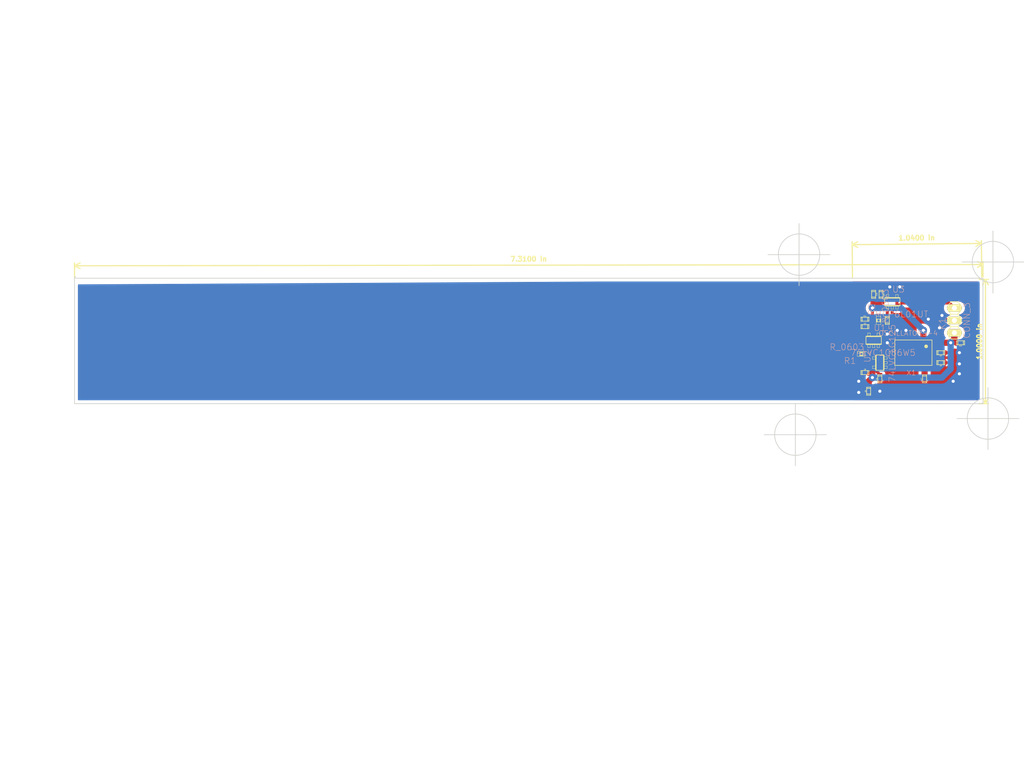
<source format=kicad_pcb>
(kicad_pcb (version 3) (host pcbnew "(2012-12-21 BZR 3865)-testing")

  (general
    (links 42)
    (no_connects 0)
    (area 65.278 26.162 274.574 184.66054)
    (thickness 1.6002)
    (drawings 19)
    (tracks 130)
    (zones 0)
    (modules 19)
    (nets 9)
  )

  (page A4)
  (layers
    (15 F.Cu signal)
    (0 B.Cu signal)
    (17 F.Adhes user)
    (19 F.Paste user)
    (21 F.SilkS user)
    (23 F.Mask user)
    (28 Edge.Cuts user)
  )

  (setup
    (last_trace_width 0.6096)
    (user_trace_width 0.6096)
    (trace_clearance 0.2286)
    (zone_clearance 0.6096)
    (zone_45_only yes)
    (trace_min 0.508)
    (segment_width 0.20066)
    (edge_width 0.14986)
    (via_size 1.524)
    (via_drill 0.635)
    (via_min_size 1.524)
    (via_min_drill 0.508)
    (user_via 1.524 0)
    (uvia_size 0.508)
    (uvia_drill 0.127)
    (uvias_allowed no)
    (uvia_min_size 0.508)
    (uvia_min_drill 0.127)
    (pcb_text_width 0.29972)
    (pcb_text_size 1.00076 1.00076)
    (mod_edge_width 0.14986)
    (mod_text_size 1.00076 1.00076)
    (mod_text_width 0.14986)
    (pad_size 1.00076 1.00076)
    (pad_drill 0.59944)
    (pad_to_mask_clearance 0)
    (aux_axis_origin 0 0)
    (visible_elements FFFFFFAF)
    (pcbplotparams
      (layerselection 270565377)
      (usegerberextensions false)
      (excludeedgelayer false)
      (linewidth 60)
      (plotframeref false)
      (viasonmask false)
      (mode 1)
      (useauxorigin false)
      (hpglpennumber 1)
      (hpglpenspeed 20)
      (hpglpendiameter 15)
      (hpglpenoverlay 2)
      (psnegative false)
      (psa4output false)
      (plotreference false)
      (plotvalue false)
      (plotothertext false)
      (plotinvisibletext false)
      (padsonsilk false)
      (subtractmaskfromsilk false)
      (outputformat 2)
      (mirror true)
      (drillshape 1)
      (scaleselection 1)
      (outputdirectory /Users/mm/Kicad/Probe1/))
  )

  (net 0 "")
  (net 1 /output)
  (net 2 /transmission_line)
  (net 3 GND)
  (net 4 N-000004)
  (net 5 N-000005)
  (net 6 N-000007)
  (net 7 N-000008)
  (net 8 VCC)

  (net_class Default "This is the default net class."
    (clearance 0.2286)
    (trace_width 0.6096)
    (via_dia 1.524)
    (via_drill 0.635)
    (uvia_dia 0.508)
    (uvia_drill 0.127)
    (add_net "")
    (add_net /output)
    (add_net GND)
    (add_net N-000004)
    (add_net N-000005)
    (add_net N-000007)
    (add_net N-000008)
  )

  (net_class power ""
    (clearance 0.2286)
    (trace_width 1.27)
    (via_dia 1.524)
    (via_drill 0.635)
    (uvia_dia 0.508)
    (uvia_drill 0.127)
    (add_net VCC)
  )

  (net_class transmission_line ""
    (clearance 0.2286)
    (trace_width 2.0066)
    (via_dia 1.524)
    (via_drill 0.635)
    (uvia_dia 0.508)
    (uvia_drill 0.127)
    (add_net /transmission_line)
  )

  (module m-pad-2.1-CB3_CB3LV (layer F.Cu) (tedit 200000) (tstamp 510F91F0)
    (at 251.968 98.298 180)
    (descr "CTS'S CB3 & CB3LV CMOS/TTL CLOCK OSCILLATOR")
    (tags "CTS'S CB3 & CB3LV CMOS/TTL CLOCK OSCILLATOR")
    (path /510F88B2)
    (attr smd)
    (fp_text reference X1 (at 0.43942 -4.10718 180) (layer B.SilkS)
      (effects (font (size 1.016 1.016) (thickness 0.0889)))
    )
    (fp_text value OSCILLATORS-4 (at 1.04648 3.99034 180) (layer B.SilkS)
      (effects (font (size 1.016 1.016) (thickness 0.0889)))
    )
    (fp_line (start -3.79984 -2.59842) (end 3.79984 -2.59842) (layer F.SilkS) (width 0.127))
    (fp_line (start 3.79984 -2.59842) (end 3.79984 2.59842) (layer F.SilkS) (width 0.127))
    (fp_line (start 3.79984 2.59842) (end -3.79984 2.59842) (layer F.SilkS) (width 0.127))
    (fp_line (start -3.79984 2.59842) (end -3.79984 -2.59842) (layer F.SilkS) (width 0.127))
    (fp_circle (center -2.59842 1.29794) (end -2.74828 1.4478) (layer F.SilkS) (width 0.3048))
    (pad 1 smd rect (at -2.49936 2.09804 180) (size 1.79832 1.99898)
      (layers F.Cu F.Paste F.Mask)
      (net 8 VCC)
    )
    (pad 2 smd rect (at 2.49936 2.09804 180) (size 1.79832 1.99898)
      (layers F.Cu F.Paste F.Mask)
      (net 3 GND)
    )
    (pad 3 smd rect (at 2.49936 -2.09804 180) (size 1.79832 1.99898)
      (layers F.Cu F.Paste F.Mask)
      (net 6 N-000007)
    )
    (pad 4 smd rect (at -2.49936 -2.09804 180) (size 1.79832 1.99898)
      (layers F.Cu F.Paste F.Mask)
      (net 8 VCC)
    )
  )

  (module m-pad-2.1-SOT23-5 (layer F.Cu) (tedit 200000) (tstamp 510F9A28)
    (at 243.84 95.758)
    (descr "MC74VHC1GT125 HTTP://ONSEMI.COM")
    (tags "MC74VHC1GT125 HTTP://ONSEMI.COM")
    (path /510FA01D)
    (attr smd)
    (fp_text reference U1 (at 1.27 -2.54) (layer B.SilkS)
      (effects (font (size 1.27 1.27) (thickness 0.0889)))
    )
    (fp_text value 74LVC1G86W5 (at 1.905 2.54) (layer B.SilkS)
      (effects (font (size 1.27 1.27) (thickness 0.0889)))
    )
    (fp_line (start -1.19888 1.4986) (end -0.6985 1.4986) (layer F.SilkS) (width 0.06604))
    (fp_line (start -0.6985 1.4986) (end -0.6985 0.84836) (layer F.SilkS) (width 0.06604))
    (fp_line (start -1.19888 0.84836) (end -0.6985 0.84836) (layer F.SilkS) (width 0.06604))
    (fp_line (start -1.19888 1.4986) (end -1.19888 0.84836) (layer F.SilkS) (width 0.06604))
    (fp_line (start -0.24892 1.4986) (end 0.24892 1.4986) (layer F.SilkS) (width 0.06604))
    (fp_line (start 0.24892 1.4986) (end 0.24892 0.84836) (layer F.SilkS) (width 0.06604))
    (fp_line (start -0.24892 0.84836) (end 0.24892 0.84836) (layer F.SilkS) (width 0.06604))
    (fp_line (start -0.24892 1.4986) (end -0.24892 0.84836) (layer F.SilkS) (width 0.06604))
    (fp_line (start 0.6985 1.4986) (end 1.19888 1.4986) (layer F.SilkS) (width 0.06604))
    (fp_line (start 1.19888 1.4986) (end 1.19888 0.84836) (layer F.SilkS) (width 0.06604))
    (fp_line (start 0.6985 0.84836) (end 1.19888 0.84836) (layer F.SilkS) (width 0.06604))
    (fp_line (start 0.6985 1.4986) (end 0.6985 0.84836) (layer F.SilkS) (width 0.06604))
    (fp_line (start 0.6985 -0.84836) (end 1.19888 -0.84836) (layer F.SilkS) (width 0.06604))
    (fp_line (start 1.19888 -0.84836) (end 1.19888 -1.4986) (layer F.SilkS) (width 0.06604))
    (fp_line (start 0.6985 -1.4986) (end 1.19888 -1.4986) (layer F.SilkS) (width 0.06604))
    (fp_line (start 0.6985 -0.84836) (end 0.6985 -1.4986) (layer F.SilkS) (width 0.06604))
    (fp_line (start -1.19888 -0.84836) (end -0.6985 -0.84836) (layer F.SilkS) (width 0.06604))
    (fp_line (start -0.6985 -0.84836) (end -0.6985 -1.4986) (layer F.SilkS) (width 0.06604))
    (fp_line (start -1.19888 -1.4986) (end -0.6985 -1.4986) (layer F.SilkS) (width 0.06604))
    (fp_line (start -1.19888 -0.84836) (end -1.19888 -1.4986) (layer F.SilkS) (width 0.06604))
    (fp_line (start 1.56972 -0.80772) (end 1.56972 0.80772) (layer F.SilkS) (width 0.127))
    (fp_line (start 1.41986 0.80772) (end -1.41986 0.80772) (layer F.SilkS) (width 0.254))
    (fp_line (start -1.56972 0.80772) (end -1.56972 -0.80772) (layer F.SilkS) (width 0.127))
    (fp_line (start -1.41986 -0.80772) (end -0.42164 -0.80772) (layer F.SilkS) (width 0.254))
    (fp_line (start -0.42164 -0.80772) (end 0.42164 -0.80772) (layer F.SilkS) (width 0.254))
    (fp_line (start 0.42164 -0.80772) (end 1.41986 -0.80772) (layer F.SilkS) (width 0.254))
    (fp_line (start -1.5494 -0.79756) (end -1.39954 -0.79756) (layer F.SilkS) (width 0.127))
    (fp_line (start -1.5494 0.79756) (end -1.39954 0.79756) (layer F.SilkS) (width 0.127))
    (fp_line (start 1.59766 0.79756) (end 1.39954 0.79756) (layer F.SilkS) (width 0.127))
    (fp_line (start 1.5494 -0.79756) (end 1.39954 -0.79756) (layer F.SilkS) (width 0.127))
    (pad 1 smd rect (at -0.94996 1.19888) (size 0.6985 0.99822)
      (layers F.Cu F.Paste F.Mask)
      (net 2 /transmission_line)
    )
    (pad 2 smd rect (at 0 1.19888) (size 0.6985 0.99822)
      (layers F.Cu F.Paste F.Mask)
      (net 7 N-000008)
    )
    (pad 3 smd rect (at 0.94996 1.19888) (size 0.6985 0.99822)
      (layers F.Cu F.Paste F.Mask)
      (net 3 GND)
    )
    (pad 4 smd rect (at 0.94996 -1.19888) (size 0.6985 0.99822)
      (layers F.Cu F.Paste F.Mask)
      (net 4 N-000004)
    )
    (pad 5 smd rect (at -0.94996 -1.19888) (size 0.6985 0.99822)
      (layers F.Cu F.Paste F.Mask)
      (net 8 VCC)
    )
    (model smd/integrated_circuits/SOT23_5/SOT23_5.wrl
      (at (xyz 0 0 0))
      (scale (xyz 0.4 0.4 0.4))
      (rotate (xyz -90 0 0))
    )
  )

  (module m-pad-2.1-0603 (layer F.Cu) (tedit 200000) (tstamp 510F9A3E)
    (at 241.3 98.552 180)
    (path /510F9355)
    (attr smd)
    (fp_text reference R1 (at 2.286 -1.397 180) (layer B.SilkS)
      (effects (font (size 1.27 1.27) (thickness 0.0889)))
    )
    (fp_text value R_0603 (at 2.921 1.397 180) (layer B.SilkS)
      (effects (font (size 1.27 1.27) (thickness 0.0889)))
    )
    (fp_line (start -0.83566 0.4699) (end -0.33528 0.4699) (layer F.SilkS) (width 0.06604))
    (fp_line (start -0.33528 0.4699) (end -0.33528 -0.48006) (layer F.SilkS) (width 0.06604))
    (fp_line (start -0.83566 -0.48006) (end -0.33528 -0.48006) (layer F.SilkS) (width 0.06604))
    (fp_line (start -0.83566 0.4699) (end -0.83566 -0.48006) (layer F.SilkS) (width 0.06604))
    (fp_line (start 0.32766 0.4699) (end 0.82804 0.4699) (layer F.SilkS) (width 0.06604))
    (fp_line (start 0.82804 0.4699) (end 0.82804 -0.48006) (layer F.SilkS) (width 0.06604))
    (fp_line (start 0.32766 -0.48006) (end 0.82804 -0.48006) (layer F.SilkS) (width 0.06604))
    (fp_line (start 0.32766 0.4699) (end 0.32766 -0.48006) (layer F.SilkS) (width 0.06604))
    (fp_line (start -0.19812 0.29972) (end 0.19812 0.29972) (layer F.SilkS) (width 0.06604))
    (fp_line (start 0.19812 0.29972) (end 0.19812 -0.29972) (layer F.SilkS) (width 0.06604))
    (fp_line (start -0.19812 -0.29972) (end 0.19812 -0.29972) (layer F.SilkS) (width 0.06604))
    (fp_line (start -0.19812 0.29972) (end -0.19812 -0.29972) (layer F.SilkS) (width 0.06604))
    (fp_line (start -0.3556 -0.4318) (end 0.3556 -0.4318) (layer F.SilkS) (width 0.1016))
    (fp_line (start -0.3556 0.41656) (end 0.3556 0.41656) (layer F.SilkS) (width 0.1016))
    (fp_line (start -0.2032 -0.3556) (end 0.2032 -0.3556) (layer F.SilkS) (width 0.254))
    (fp_line (start -0.2032 0.3556) (end 0.2032 0.3556) (layer F.SilkS) (width 0.254))
    (pad 1 smd rect (at -0.84836 0 180) (size 0.99822 0.99822)
      (layers F.Cu F.Paste F.Mask)
      (net 7 N-000008)
    )
    (pad 2 smd rect (at 0.84836 0 180) (size 0.99822 0.99822)
      (layers F.Cu F.Paste F.Mask)
      (net 2 /transmission_line)
    )
  )

  (module m-pad-2.1-0603 (layer F.Cu) (tedit 200000) (tstamp 510FB6E9)
    (at 244.856 91.694 90)
    (path /510F9396)
    (attr smd)
    (fp_text reference R2 (at 2.286 -1.397 90) (layer B.SilkS)
      (effects (font (size 1.27 1.27) (thickness 0.0889)))
    )
    (fp_text value R_0603 (at 2.921 1.397 90) (layer B.SilkS)
      (effects (font (size 1.27 1.27) (thickness 0.0889)))
    )
    (fp_line (start -0.83566 0.4699) (end -0.33528 0.4699) (layer F.SilkS) (width 0.06604))
    (fp_line (start -0.33528 0.4699) (end -0.33528 -0.48006) (layer F.SilkS) (width 0.06604))
    (fp_line (start -0.83566 -0.48006) (end -0.33528 -0.48006) (layer F.SilkS) (width 0.06604))
    (fp_line (start -0.83566 0.4699) (end -0.83566 -0.48006) (layer F.SilkS) (width 0.06604))
    (fp_line (start 0.32766 0.4699) (end 0.82804 0.4699) (layer F.SilkS) (width 0.06604))
    (fp_line (start 0.82804 0.4699) (end 0.82804 -0.48006) (layer F.SilkS) (width 0.06604))
    (fp_line (start 0.32766 -0.48006) (end 0.82804 -0.48006) (layer F.SilkS) (width 0.06604))
    (fp_line (start 0.32766 0.4699) (end 0.32766 -0.48006) (layer F.SilkS) (width 0.06604))
    (fp_line (start -0.19812 0.29972) (end 0.19812 0.29972) (layer F.SilkS) (width 0.06604))
    (fp_line (start 0.19812 0.29972) (end 0.19812 -0.29972) (layer F.SilkS) (width 0.06604))
    (fp_line (start -0.19812 -0.29972) (end 0.19812 -0.29972) (layer F.SilkS) (width 0.06604))
    (fp_line (start -0.19812 0.29972) (end -0.19812 -0.29972) (layer F.SilkS) (width 0.06604))
    (fp_line (start -0.3556 -0.4318) (end 0.3556 -0.4318) (layer F.SilkS) (width 0.1016))
    (fp_line (start -0.3556 0.41656) (end 0.3556 0.41656) (layer F.SilkS) (width 0.1016))
    (fp_line (start -0.2032 -0.3556) (end 0.2032 -0.3556) (layer F.SilkS) (width 0.254))
    (fp_line (start -0.2032 0.3556) (end 0.2032 0.3556) (layer F.SilkS) (width 0.254))
    (pad 1 smd rect (at -0.84836 0 90) (size 0.99822 0.99822)
      (layers F.Cu F.Paste F.Mask)
      (net 4 N-000004)
    )
    (pad 2 smd rect (at 0.84836 0 90) (size 0.99822 0.99822)
      (layers F.Cu F.Paste F.Mask)
      (net 5 N-000005)
    )
  )

  (module pinhead-1-1X03 (layer F.Cu) (tedit 200000) (tstamp 510FADF8)
    (at 260.35 91.694 90)
    (descr "PIN HEADER - 2.54")
    (tags "PIN HEADER - 2.54")
    (path /510FAAF4)
    (attr virtual)
    (fp_text reference K1 (at -0.7112 -2.4638 90) (layer B.SilkS)
      (effects (font (size 1.27 1.27) (thickness 0.0889)))
    )
    (fp_text value CONN_3 (at 0 2.54 90) (layer B.SilkS)
      (effects (font (size 1.27 1.27) (thickness 0.0889)))
    )
    (fp_line (start -0.254 0.254) (end 0.254 0.254) (layer F.SilkS) (width 0.06604))
    (fp_line (start 0.254 0.254) (end 0.254 -0.254) (layer F.SilkS) (width 0.06604))
    (fp_line (start -0.254 -0.254) (end 0.254 -0.254) (layer F.SilkS) (width 0.06604))
    (fp_line (start -0.254 0.254) (end -0.254 -0.254) (layer F.SilkS) (width 0.06604))
    (fp_line (start -2.794 0.254) (end -2.286 0.254) (layer F.SilkS) (width 0.06604))
    (fp_line (start -2.286 0.254) (end -2.286 -0.254) (layer F.SilkS) (width 0.06604))
    (fp_line (start -2.794 -0.254) (end -2.286 -0.254) (layer F.SilkS) (width 0.06604))
    (fp_line (start -2.794 0.254) (end -2.794 -0.254) (layer F.SilkS) (width 0.06604))
    (fp_line (start 2.286 0.254) (end 2.794 0.254) (layer F.SilkS) (width 0.06604))
    (fp_line (start 2.794 0.254) (end 2.794 -0.254) (layer F.SilkS) (width 0.06604))
    (fp_line (start 2.286 -0.254) (end 2.794 -0.254) (layer F.SilkS) (width 0.06604))
    (fp_line (start 2.286 0.254) (end 2.286 -0.254) (layer F.SilkS) (width 0.06604))
    (fp_line (start -3.175 -1.27) (end -1.905 -1.27) (layer F.SilkS) (width 0.1524))
    (fp_line (start -1.905 -1.27) (end -1.27 -0.635) (layer F.SilkS) (width 0.1524))
    (fp_line (start -1.27 -0.635) (end -1.27 0.635) (layer F.SilkS) (width 0.1524))
    (fp_line (start -1.27 0.635) (end -1.905 1.27) (layer F.SilkS) (width 0.1524))
    (fp_line (start -1.27 -0.635) (end -0.635 -1.27) (layer F.SilkS) (width 0.1524))
    (fp_line (start -0.635 -1.27) (end 0.635 -1.27) (layer F.SilkS) (width 0.1524))
    (fp_line (start 0.635 -1.27) (end 1.27 -0.635) (layer F.SilkS) (width 0.1524))
    (fp_line (start 1.27 -0.635) (end 1.27 0.635) (layer F.SilkS) (width 0.1524))
    (fp_line (start 1.27 0.635) (end 0.635 1.27) (layer F.SilkS) (width 0.1524))
    (fp_line (start 0.635 1.27) (end -0.635 1.27) (layer F.SilkS) (width 0.1524))
    (fp_line (start -0.635 1.27) (end -1.27 0.635) (layer F.SilkS) (width 0.1524))
    (fp_line (start -3.81 -0.635) (end -3.81 0.635) (layer F.SilkS) (width 0.1524))
    (fp_line (start -3.175 -1.27) (end -3.81 -0.635) (layer F.SilkS) (width 0.1524))
    (fp_line (start -3.81 0.635) (end -3.175 1.27) (layer F.SilkS) (width 0.1524))
    (fp_line (start -1.905 1.27) (end -3.175 1.27) (layer F.SilkS) (width 0.1524))
    (fp_line (start 1.27 -0.635) (end 1.905 -1.27) (layer F.SilkS) (width 0.1524))
    (fp_line (start 1.905 -1.27) (end 3.175 -1.27) (layer F.SilkS) (width 0.1524))
    (fp_line (start 3.175 -1.27) (end 3.81 -0.635) (layer F.SilkS) (width 0.1524))
    (fp_line (start 3.81 -0.635) (end 3.81 0.635) (layer F.SilkS) (width 0.1524))
    (fp_line (start 3.81 0.635) (end 3.175 1.27) (layer F.SilkS) (width 0.1524))
    (fp_line (start 3.175 1.27) (end 1.905 1.27) (layer F.SilkS) (width 0.1524))
    (fp_line (start 1.905 1.27) (end 1.27 0.635) (layer F.SilkS) (width 0.1524))
    (pad 1 thru_hole oval (at -2.54 0 90) (size 1.524 3.048) (drill 1.016)
      (layers *.Cu F.Paste F.SilkS F.Mask)
      (net 8 VCC)
    )
    (pad 2 thru_hole oval (at 0 0 90) (size 1.524 3.048) (drill 1.016)
      (layers *.Cu F.Paste F.SilkS F.Mask)
      (net 3 GND)
    )
    (pad 3 thru_hole oval (at 2.54 0 90) (size 1.524 3.048) (drill 1.016)
      (layers *.Cu F.Paste F.SilkS F.Mask)
      (net 1 /output)
    )
  )

  (module m-pad-2.1-SOT23-5 (layer F.Cu) (tedit 200000) (tstamp 5110DACA)
    (at 245.11 100.33 90)
    (descr "MC74VHC1GT125 HTTP://ONSEMI.COM")
    (tags "MC74VHC1GT125 HTTP://ONSEMI.COM")
    (path /5110D3EA)
    (attr smd)
    (fp_text reference U2 (at 1.27 -2.54 90) (layer B.SilkS)
      (effects (font (size 1.27 1.27) (thickness 0.0889)))
    )
    (fp_text value 74LVC1G125 (at 1.905 2.54 90) (layer B.SilkS)
      (effects (font (size 1.27 1.27) (thickness 0.0889)))
    )
    (fp_line (start -1.19888 1.4986) (end -0.6985 1.4986) (layer F.SilkS) (width 0.06604))
    (fp_line (start -0.6985 1.4986) (end -0.6985 0.84836) (layer F.SilkS) (width 0.06604))
    (fp_line (start -1.19888 0.84836) (end -0.6985 0.84836) (layer F.SilkS) (width 0.06604))
    (fp_line (start -1.19888 1.4986) (end -1.19888 0.84836) (layer F.SilkS) (width 0.06604))
    (fp_line (start -0.24892 1.4986) (end 0.24892 1.4986) (layer F.SilkS) (width 0.06604))
    (fp_line (start 0.24892 1.4986) (end 0.24892 0.84836) (layer F.SilkS) (width 0.06604))
    (fp_line (start -0.24892 0.84836) (end 0.24892 0.84836) (layer F.SilkS) (width 0.06604))
    (fp_line (start -0.24892 1.4986) (end -0.24892 0.84836) (layer F.SilkS) (width 0.06604))
    (fp_line (start 0.6985 1.4986) (end 1.19888 1.4986) (layer F.SilkS) (width 0.06604))
    (fp_line (start 1.19888 1.4986) (end 1.19888 0.84836) (layer F.SilkS) (width 0.06604))
    (fp_line (start 0.6985 0.84836) (end 1.19888 0.84836) (layer F.SilkS) (width 0.06604))
    (fp_line (start 0.6985 1.4986) (end 0.6985 0.84836) (layer F.SilkS) (width 0.06604))
    (fp_line (start 0.6985 -0.84836) (end 1.19888 -0.84836) (layer F.SilkS) (width 0.06604))
    (fp_line (start 1.19888 -0.84836) (end 1.19888 -1.4986) (layer F.SilkS) (width 0.06604))
    (fp_line (start 0.6985 -1.4986) (end 1.19888 -1.4986) (layer F.SilkS) (width 0.06604))
    (fp_line (start 0.6985 -0.84836) (end 0.6985 -1.4986) (layer F.SilkS) (width 0.06604))
    (fp_line (start -1.19888 -0.84836) (end -0.6985 -0.84836) (layer F.SilkS) (width 0.06604))
    (fp_line (start -0.6985 -0.84836) (end -0.6985 -1.4986) (layer F.SilkS) (width 0.06604))
    (fp_line (start -1.19888 -1.4986) (end -0.6985 -1.4986) (layer F.SilkS) (width 0.06604))
    (fp_line (start -1.19888 -0.84836) (end -1.19888 -1.4986) (layer F.SilkS) (width 0.06604))
    (fp_line (start 1.56972 -0.80772) (end 1.56972 0.80772) (layer F.SilkS) (width 0.127))
    (fp_line (start 1.41986 0.80772) (end -1.41986 0.80772) (layer F.SilkS) (width 0.254))
    (fp_line (start -1.56972 0.80772) (end -1.56972 -0.80772) (layer F.SilkS) (width 0.127))
    (fp_line (start -1.41986 -0.80772) (end -0.42164 -0.80772) (layer F.SilkS) (width 0.254))
    (fp_line (start -0.42164 -0.80772) (end 0.42164 -0.80772) (layer F.SilkS) (width 0.254))
    (fp_line (start 0.42164 -0.80772) (end 1.41986 -0.80772) (layer F.SilkS) (width 0.254))
    (fp_line (start -1.5494 -0.79756) (end -1.39954 -0.79756) (layer F.SilkS) (width 0.127))
    (fp_line (start -1.5494 0.79756) (end -1.39954 0.79756) (layer F.SilkS) (width 0.127))
    (fp_line (start 1.59766 0.79756) (end 1.39954 0.79756) (layer F.SilkS) (width 0.127))
    (fp_line (start 1.5494 -0.79756) (end 1.39954 -0.79756) (layer F.SilkS) (width 0.127))
    (pad 1 smd rect (at -0.94996 1.19888 90) (size 0.6985 0.99822)
      (layers F.Cu F.Paste F.Mask)
      (net 3 GND)
    )
    (pad 2 smd rect (at 0 1.19888 90) (size 0.6985 0.99822)
      (layers F.Cu F.Paste F.Mask)
      (net 6 N-000007)
    )
    (pad 3 smd rect (at 0.94996 1.19888 90) (size 0.6985 0.99822)
      (layers F.Cu F.Paste F.Mask)
      (net 3 GND)
    )
    (pad 4 smd rect (at 0.94996 -1.19888 90) (size 0.6985 0.99822)
      (layers F.Cu F.Paste F.Mask)
      (net 7 N-000008)
    )
    (pad 5 smd rect (at -0.94996 -1.19888 90) (size 0.6985 0.99822)
      (layers F.Cu F.Paste F.Mask)
      (net 8 VCC)
    )
    (model smd/integrated_circuits/SOT23_5/SOT23_5.wrl
      (at (xyz 0 0 0))
      (scale (xyz 0.4 0.4 0.4))
      (rotate (xyz -90 0 0))
    )
  )

  (module m-pad-2.1-SOT23-5 (layer F.Cu) (tedit 200000) (tstamp 5110DAF1)
    (at 247.65 87.884)
    (descr "MC74VHC1GT125 HTTP://ONSEMI.COM")
    (tags "MC74VHC1GT125 HTTP://ONSEMI.COM")
    (path /5110D98A)
    (attr smd)
    (fp_text reference U3 (at 1.27 -2.54) (layer B.SilkS)
      (effects (font (size 1.27 1.27) (thickness 0.0889)))
    )
    (fp_text value MCP6L01UT (at 1.905 2.54) (layer B.SilkS)
      (effects (font (size 1.27 1.27) (thickness 0.0889)))
    )
    (fp_line (start -1.19888 1.4986) (end -0.6985 1.4986) (layer F.SilkS) (width 0.06604))
    (fp_line (start -0.6985 1.4986) (end -0.6985 0.84836) (layer F.SilkS) (width 0.06604))
    (fp_line (start -1.19888 0.84836) (end -0.6985 0.84836) (layer F.SilkS) (width 0.06604))
    (fp_line (start -1.19888 1.4986) (end -1.19888 0.84836) (layer F.SilkS) (width 0.06604))
    (fp_line (start -0.24892 1.4986) (end 0.24892 1.4986) (layer F.SilkS) (width 0.06604))
    (fp_line (start 0.24892 1.4986) (end 0.24892 0.84836) (layer F.SilkS) (width 0.06604))
    (fp_line (start -0.24892 0.84836) (end 0.24892 0.84836) (layer F.SilkS) (width 0.06604))
    (fp_line (start -0.24892 1.4986) (end -0.24892 0.84836) (layer F.SilkS) (width 0.06604))
    (fp_line (start 0.6985 1.4986) (end 1.19888 1.4986) (layer F.SilkS) (width 0.06604))
    (fp_line (start 1.19888 1.4986) (end 1.19888 0.84836) (layer F.SilkS) (width 0.06604))
    (fp_line (start 0.6985 0.84836) (end 1.19888 0.84836) (layer F.SilkS) (width 0.06604))
    (fp_line (start 0.6985 1.4986) (end 0.6985 0.84836) (layer F.SilkS) (width 0.06604))
    (fp_line (start 0.6985 -0.84836) (end 1.19888 -0.84836) (layer F.SilkS) (width 0.06604))
    (fp_line (start 1.19888 -0.84836) (end 1.19888 -1.4986) (layer F.SilkS) (width 0.06604))
    (fp_line (start 0.6985 -1.4986) (end 1.19888 -1.4986) (layer F.SilkS) (width 0.06604))
    (fp_line (start 0.6985 -0.84836) (end 0.6985 -1.4986) (layer F.SilkS) (width 0.06604))
    (fp_line (start -1.19888 -0.84836) (end -0.6985 -0.84836) (layer F.SilkS) (width 0.06604))
    (fp_line (start -0.6985 -0.84836) (end -0.6985 -1.4986) (layer F.SilkS) (width 0.06604))
    (fp_line (start -1.19888 -1.4986) (end -0.6985 -1.4986) (layer F.SilkS) (width 0.06604))
    (fp_line (start -1.19888 -0.84836) (end -1.19888 -1.4986) (layer F.SilkS) (width 0.06604))
    (fp_line (start 1.56972 -0.80772) (end 1.56972 0.80772) (layer F.SilkS) (width 0.127))
    (fp_line (start 1.41986 0.80772) (end -1.41986 0.80772) (layer F.SilkS) (width 0.254))
    (fp_line (start -1.56972 0.80772) (end -1.56972 -0.80772) (layer F.SilkS) (width 0.127))
    (fp_line (start -1.41986 -0.80772) (end -0.42164 -0.80772) (layer F.SilkS) (width 0.254))
    (fp_line (start -0.42164 -0.80772) (end 0.42164 -0.80772) (layer F.SilkS) (width 0.254))
    (fp_line (start 0.42164 -0.80772) (end 1.41986 -0.80772) (layer F.SilkS) (width 0.254))
    (fp_line (start -1.5494 -0.79756) (end -1.39954 -0.79756) (layer F.SilkS) (width 0.127))
    (fp_line (start -1.5494 0.79756) (end -1.39954 0.79756) (layer F.SilkS) (width 0.127))
    (fp_line (start 1.59766 0.79756) (end 1.39954 0.79756) (layer F.SilkS) (width 0.127))
    (fp_line (start 1.5494 -0.79756) (end 1.39954 -0.79756) (layer F.SilkS) (width 0.127))
    (pad 1 smd rect (at -0.94996 1.19888) (size 0.6985 0.99822)
      (layers F.Cu F.Paste F.Mask)
      (net 5 N-000005)
    )
    (pad 2 smd rect (at 0 1.19888) (size 0.6985 0.99822)
      (layers F.Cu F.Paste F.Mask)
      (net 3 GND)
    )
    (pad 3 smd rect (at 0.94996 1.19888) (size 0.6985 0.99822)
      (layers F.Cu F.Paste F.Mask)
      (net 1 /output)
    )
    (pad 4 smd rect (at 0.94996 -1.19888) (size 0.6985 0.99822)
      (layers F.Cu F.Paste F.Mask)
      (net 1 /output)
    )
    (pad 5 smd rect (at -0.94996 -1.19888) (size 0.6985 0.99822)
      (layers F.Cu F.Paste F.Mask)
      (net 8 VCC)
    )
    (model smd/integrated_circuits/SOT23_5/SOT23_5.wrl
      (at (xyz 0 0 0))
      (scale (xyz 0.4 0.4 0.4))
      (rotate (xyz -90 0 0))
    )
  )

  (module c_0603 (layer F.Cu) (tedit 490472AA) (tstamp 510FB6CF)
    (at 246.634 91.694 90)
    (descr "SMT capacitor, 0603")
    (path /510F93B8)
    (fp_text reference C1 (at 0 -0.635 90) (layer F.SilkS)
      (effects (font (size 0.20066 0.20066) (thickness 0.04064)))
    )
    (fp_text value C_0603 (at 0 0.635 90) (layer F.SilkS) hide
      (effects (font (size 0.20066 0.20066) (thickness 0.04064)))
    )
    (fp_line (start 0.5588 0.4064) (end 0.5588 -0.4064) (layer F.SilkS) (width 0.127))
    (fp_line (start -0.5588 -0.381) (end -0.5588 0.4064) (layer F.SilkS) (width 0.127))
    (fp_line (start -0.8128 -0.4064) (end 0.8128 -0.4064) (layer F.SilkS) (width 0.127))
    (fp_line (start 0.8128 -0.4064) (end 0.8128 0.4064) (layer F.SilkS) (width 0.127))
    (fp_line (start 0.8128 0.4064) (end -0.8128 0.4064) (layer F.SilkS) (width 0.127))
    (fp_line (start -0.8128 0.4064) (end -0.8128 -0.4064) (layer F.SilkS) (width 0.127))
    (pad 1 smd rect (at 0.75184 0 90) (size 0.89916 1.00076)
      (layers F.Cu F.Paste F.Mask)
      (net 5 N-000005)
    )
    (pad 2 smd rect (at -0.75184 0 90) (size 0.89916 1.00076)
      (layers F.Cu F.Paste F.Mask)
      (net 3 GND)
    )
    (model smd/capacitors/c_0603.wrl
      (at (xyz 0 0 0))
      (scale (xyz 1 1 1))
      (rotate (xyz 0 0 0))
    )
  )

  (module c_0603 (layer F.Cu) (tedit 490472AA) (tstamp 51118325)
    (at 257.556 98.298 180)
    (descr "SMT capacitor, 0603")
    (path /510FC33C)
    (fp_text reference C3 (at 0 -0.635 180) (layer F.SilkS)
      (effects (font (size 0.20066 0.20066) (thickness 0.04064)))
    )
    (fp_text value C_0603 (at 0 0.635 180) (layer F.SilkS) hide
      (effects (font (size 0.20066 0.20066) (thickness 0.04064)))
    )
    (fp_line (start 0.5588 0.4064) (end 0.5588 -0.4064) (layer F.SilkS) (width 0.127))
    (fp_line (start -0.5588 -0.381) (end -0.5588 0.4064) (layer F.SilkS) (width 0.127))
    (fp_line (start -0.8128 -0.4064) (end 0.8128 -0.4064) (layer F.SilkS) (width 0.127))
    (fp_line (start 0.8128 -0.4064) (end 0.8128 0.4064) (layer F.SilkS) (width 0.127))
    (fp_line (start 0.8128 0.4064) (end -0.8128 0.4064) (layer F.SilkS) (width 0.127))
    (fp_line (start -0.8128 0.4064) (end -0.8128 -0.4064) (layer F.SilkS) (width 0.127))
    (pad 1 smd rect (at 0.75184 0 180) (size 0.89916 1.00076)
      (layers F.Cu F.Paste F.Mask)
      (net 8 VCC)
    )
    (pad 2 smd rect (at -0.75184 0 180) (size 0.89916 1.00076)
      (layers F.Cu F.Paste F.Mask)
      (net 3 GND)
    )
    (model smd/capacitors/c_0603.wrl
      (at (xyz 0 0 0))
      (scale (xyz 1 1 1))
      (rotate (xyz 0 0 0))
    )
  )

  (module c_0603 (layer F.Cu) (tedit 490472AA) (tstamp 5111833B)
    (at 242.062 92.964)
    (descr "SMT capacitor, 0603")
    (path /510FC38E)
    (fp_text reference C2 (at 0 -0.635) (layer F.SilkS)
      (effects (font (size 0.20066 0.20066) (thickness 0.04064)))
    )
    (fp_text value C_0603 (at 0 0.635) (layer F.SilkS) hide
      (effects (font (size 0.20066 0.20066) (thickness 0.04064)))
    )
    (fp_line (start 0.5588 0.4064) (end 0.5588 -0.4064) (layer F.SilkS) (width 0.127))
    (fp_line (start -0.5588 -0.381) (end -0.5588 0.4064) (layer F.SilkS) (width 0.127))
    (fp_line (start -0.8128 -0.4064) (end 0.8128 -0.4064) (layer F.SilkS) (width 0.127))
    (fp_line (start 0.8128 -0.4064) (end 0.8128 0.4064) (layer F.SilkS) (width 0.127))
    (fp_line (start 0.8128 0.4064) (end -0.8128 0.4064) (layer F.SilkS) (width 0.127))
    (fp_line (start -0.8128 0.4064) (end -0.8128 -0.4064) (layer F.SilkS) (width 0.127))
    (pad 1 smd rect (at 0.75184 0) (size 0.89916 1.00076)
      (layers F.Cu F.Paste F.Mask)
      (net 8 VCC)
    )
    (pad 2 smd rect (at -0.75184 0) (size 0.89916 1.00076)
      (layers F.Cu F.Paste F.Mask)
      (net 3 GND)
    )
    (model smd/capacitors/c_0603.wrl
      (at (xyz 0 0 0))
      (scale (xyz 1 1 1))
      (rotate (xyz 0 0 0))
    )
  )

  (module c_0603 (layer F.Cu) (tedit 490472AA) (tstamp 5110E056)
    (at 245.11 103.632 90)
    (descr "SMT capacitor, 0603")
    (path /5110DFCA)
    (fp_text reference C5 (at 0 -0.635 90) (layer F.SilkS)
      (effects (font (size 0.20066 0.20066) (thickness 0.04064)))
    )
    (fp_text value C_0603 (at 0 0.635 90) (layer F.SilkS) hide
      (effects (font (size 0.20066 0.20066) (thickness 0.04064)))
    )
    (fp_line (start 0.5588 0.4064) (end 0.5588 -0.4064) (layer F.SilkS) (width 0.127))
    (fp_line (start -0.5588 -0.381) (end -0.5588 0.4064) (layer F.SilkS) (width 0.127))
    (fp_line (start -0.8128 -0.4064) (end 0.8128 -0.4064) (layer F.SilkS) (width 0.127))
    (fp_line (start 0.8128 -0.4064) (end 0.8128 0.4064) (layer F.SilkS) (width 0.127))
    (fp_line (start 0.8128 0.4064) (end -0.8128 0.4064) (layer F.SilkS) (width 0.127))
    (fp_line (start -0.8128 0.4064) (end -0.8128 -0.4064) (layer F.SilkS) (width 0.127))
    (pad 1 smd rect (at 0.75184 0 90) (size 0.89916 1.00076)
      (layers F.Cu F.Paste F.Mask)
      (net 8 VCC)
    )
    (pad 2 smd rect (at -0.75184 0 90) (size 0.89916 1.00076)
      (layers F.Cu F.Paste F.Mask)
      (net 3 GND)
    )
    (model smd/capacitors/c_0603.wrl
      (at (xyz 0 0 0))
      (scale (xyz 1 1 1))
      (rotate (xyz 0 0 0))
    )
  )

  (module c_0603 (layer F.Cu) (tedit 490472AA) (tstamp 5110E06C)
    (at 245.364 86.36 270)
    (descr "SMT capacitor, 0603")
    (path /5110DFD4)
    (fp_text reference C4 (at 0 -0.635 270) (layer F.SilkS)
      (effects (font (size 0.20066 0.20066) (thickness 0.04064)))
    )
    (fp_text value C_0603 (at 0 0.635 270) (layer F.SilkS) hide
      (effects (font (size 0.20066 0.20066) (thickness 0.04064)))
    )
    (fp_line (start 0.5588 0.4064) (end 0.5588 -0.4064) (layer F.SilkS) (width 0.127))
    (fp_line (start -0.5588 -0.381) (end -0.5588 0.4064) (layer F.SilkS) (width 0.127))
    (fp_line (start -0.8128 -0.4064) (end 0.8128 -0.4064) (layer F.SilkS) (width 0.127))
    (fp_line (start 0.8128 -0.4064) (end 0.8128 0.4064) (layer F.SilkS) (width 0.127))
    (fp_line (start 0.8128 0.4064) (end -0.8128 0.4064) (layer F.SilkS) (width 0.127))
    (fp_line (start -0.8128 0.4064) (end -0.8128 -0.4064) (layer F.SilkS) (width 0.127))
    (pad 1 smd rect (at 0.75184 0 270) (size 0.89916 1.00076)
      (layers F.Cu F.Paste F.Mask)
      (net 8 VCC)
    )
    (pad 2 smd rect (at -0.75184 0 270) (size 0.89916 1.00076)
      (layers F.Cu F.Paste F.Mask)
      (net 3 GND)
    )
    (model smd/capacitors/c_0603.wrl
      (at (xyz 0 0 0))
      (scale (xyz 1 1 1))
      (rotate (xyz 0 0 0))
    )
  )

  (module c_0603 (layer F.Cu) (tedit 490472AA) (tstamp 51114B26)
    (at 254.254 103.632 90)
    (descr "SMT capacitor, 0603")
    (path /51114A50)
    (fp_text reference C7 (at 0 -0.635 90) (layer F.SilkS)
      (effects (font (size 0.20066 0.20066) (thickness 0.04064)))
    )
    (fp_text value C_0603 (at 0 0.635 90) (layer F.SilkS) hide
      (effects (font (size 0.20066 0.20066) (thickness 0.04064)))
    )
    (fp_line (start 0.5588 0.4064) (end 0.5588 -0.4064) (layer F.SilkS) (width 0.127))
    (fp_line (start -0.5588 -0.381) (end -0.5588 0.4064) (layer F.SilkS) (width 0.127))
    (fp_line (start -0.8128 -0.4064) (end 0.8128 -0.4064) (layer F.SilkS) (width 0.127))
    (fp_line (start 0.8128 -0.4064) (end 0.8128 0.4064) (layer F.SilkS) (width 0.127))
    (fp_line (start 0.8128 0.4064) (end -0.8128 0.4064) (layer F.SilkS) (width 0.127))
    (fp_line (start -0.8128 0.4064) (end -0.8128 -0.4064) (layer F.SilkS) (width 0.127))
    (pad 1 smd rect (at 0.75184 0 90) (size 0.89916 1.00076)
      (layers F.Cu F.Paste F.Mask)
      (net 8 VCC)
    )
    (pad 2 smd rect (at -0.75184 0 90) (size 0.89916 1.00076)
      (layers F.Cu F.Paste F.Mask)
      (net 3 GND)
    )
    (model smd/capacitors/c_0603.wrl
      (at (xyz 0 0 0))
      (scale (xyz 1 1 1))
      (rotate (xyz 0 0 0))
    )
  )

  (module c_0603 (layer F.Cu) (tedit 490472AA) (tstamp 51114B3C)
    (at 257.556 100.33 180)
    (descr "SMT capacitor, 0603")
    (path /51114A70)
    (fp_text reference C6 (at 0 -0.635 180) (layer F.SilkS)
      (effects (font (size 0.20066 0.20066) (thickness 0.04064)))
    )
    (fp_text value C_0603 (at 0 0.635 180) (layer F.SilkS) hide
      (effects (font (size 0.20066 0.20066) (thickness 0.04064)))
    )
    (fp_line (start 0.5588 0.4064) (end 0.5588 -0.4064) (layer F.SilkS) (width 0.127))
    (fp_line (start -0.5588 -0.381) (end -0.5588 0.4064) (layer F.SilkS) (width 0.127))
    (fp_line (start -0.8128 -0.4064) (end 0.8128 -0.4064) (layer F.SilkS) (width 0.127))
    (fp_line (start 0.8128 -0.4064) (end 0.8128 0.4064) (layer F.SilkS) (width 0.127))
    (fp_line (start 0.8128 0.4064) (end -0.8128 0.4064) (layer F.SilkS) (width 0.127))
    (fp_line (start -0.8128 0.4064) (end -0.8128 -0.4064) (layer F.SilkS) (width 0.127))
    (pad 1 smd rect (at 0.75184 0 180) (size 0.89916 1.00076)
      (layers F.Cu F.Paste F.Mask)
      (net 8 VCC)
    )
    (pad 2 smd rect (at -0.75184 0 180) (size 0.89916 1.00076)
      (layers F.Cu F.Paste F.Mask)
      (net 3 GND)
    )
    (model smd/capacitors/c_0603.wrl
      (at (xyz 0 0 0))
      (scale (xyz 1 1 1))
      (rotate (xyz 0 0 0))
    )
  )

  (module c_0603 (layer F.Cu) (tedit 490472AA) (tstamp 51114B52)
    (at 242.062 102.362)
    (descr "SMT capacitor, 0603")
    (path /51114A9A)
    (fp_text reference C8 (at 0 -0.635) (layer F.SilkS)
      (effects (font (size 0.20066 0.20066) (thickness 0.04064)))
    )
    (fp_text value C_0603 (at 0 0.635) (layer F.SilkS) hide
      (effects (font (size 0.20066 0.20066) (thickness 0.04064)))
    )
    (fp_line (start 0.5588 0.4064) (end 0.5588 -0.4064) (layer F.SilkS) (width 0.127))
    (fp_line (start -0.5588 -0.381) (end -0.5588 0.4064) (layer F.SilkS) (width 0.127))
    (fp_line (start -0.8128 -0.4064) (end 0.8128 -0.4064) (layer F.SilkS) (width 0.127))
    (fp_line (start 0.8128 -0.4064) (end 0.8128 0.4064) (layer F.SilkS) (width 0.127))
    (fp_line (start 0.8128 0.4064) (end -0.8128 0.4064) (layer F.SilkS) (width 0.127))
    (fp_line (start -0.8128 0.4064) (end -0.8128 -0.4064) (layer F.SilkS) (width 0.127))
    (pad 1 smd rect (at 0.75184 0) (size 0.89916 1.00076)
      (layers F.Cu F.Paste F.Mask)
      (net 8 VCC)
    )
    (pad 2 smd rect (at -0.75184 0) (size 0.89916 1.00076)
      (layers F.Cu F.Paste F.Mask)
      (net 3 GND)
    )
    (model smd/capacitors/c_0603.wrl
      (at (xyz 0 0 0))
      (scale (xyz 1 1 1))
      (rotate (xyz 0 0 0))
    )
  )

  (module c_0603 (layer F.Cu) (tedit 490472AA) (tstamp 51114B68)
    (at 242.824 106.172 90)
    (descr "SMT capacitor, 0603")
    (path /51114AA6)
    (fp_text reference C9 (at 0 -0.635 90) (layer F.SilkS)
      (effects (font (size 0.20066 0.20066) (thickness 0.04064)))
    )
    (fp_text value C_0603 (at 0 0.635 90) (layer F.SilkS) hide
      (effects (font (size 0.20066 0.20066) (thickness 0.04064)))
    )
    (fp_line (start 0.5588 0.4064) (end 0.5588 -0.4064) (layer F.SilkS) (width 0.127))
    (fp_line (start -0.5588 -0.381) (end -0.5588 0.4064) (layer F.SilkS) (width 0.127))
    (fp_line (start -0.8128 -0.4064) (end 0.8128 -0.4064) (layer F.SilkS) (width 0.127))
    (fp_line (start 0.8128 -0.4064) (end 0.8128 0.4064) (layer F.SilkS) (width 0.127))
    (fp_line (start 0.8128 0.4064) (end -0.8128 0.4064) (layer F.SilkS) (width 0.127))
    (fp_line (start -0.8128 0.4064) (end -0.8128 -0.4064) (layer F.SilkS) (width 0.127))
    (pad 1 smd rect (at 0.75184 0 90) (size 0.89916 1.00076)
      (layers F.Cu F.Paste F.Mask)
      (net 8 VCC)
    )
    (pad 2 smd rect (at -0.75184 0 90) (size 0.89916 1.00076)
      (layers F.Cu F.Paste F.Mask)
      (net 3 GND)
    )
    (model smd/capacitors/c_0603.wrl
      (at (xyz 0 0 0))
      (scale (xyz 1 1 1))
      (rotate (xyz 0 0 0))
    )
  )

  (module c_0603 (layer F.Cu) (tedit 490472AA) (tstamp 51114B7E)
    (at 243.84 86.36 270)
    (descr "SMT capacitor, 0603")
    (path /51114B6C)
    (fp_text reference C10 (at 0 -0.635 270) (layer F.SilkS)
      (effects (font (size 0.20066 0.20066) (thickness 0.04064)))
    )
    (fp_text value C_0603 (at 0 0.635 270) (layer F.SilkS) hide
      (effects (font (size 0.20066 0.20066) (thickness 0.04064)))
    )
    (fp_line (start 0.5588 0.4064) (end 0.5588 -0.4064) (layer F.SilkS) (width 0.127))
    (fp_line (start -0.5588 -0.381) (end -0.5588 0.4064) (layer F.SilkS) (width 0.127))
    (fp_line (start -0.8128 -0.4064) (end 0.8128 -0.4064) (layer F.SilkS) (width 0.127))
    (fp_line (start 0.8128 -0.4064) (end 0.8128 0.4064) (layer F.SilkS) (width 0.127))
    (fp_line (start 0.8128 0.4064) (end -0.8128 0.4064) (layer F.SilkS) (width 0.127))
    (fp_line (start -0.8128 0.4064) (end -0.8128 -0.4064) (layer F.SilkS) (width 0.127))
    (pad 1 smd rect (at 0.75184 0 270) (size 0.89916 1.00076)
      (layers F.Cu F.Paste F.Mask)
      (net 8 VCC)
    )
    (pad 2 smd rect (at -0.75184 0 270) (size 0.89916 1.00076)
      (layers F.Cu F.Paste F.Mask)
      (net 3 GND)
    )
    (model smd/capacitors/c_0603.wrl
      (at (xyz 0 0 0))
      (scale (xyz 1 1 1))
      (rotate (xyz 0 0 0))
    )
  )

  (module c_0603 (layer F.Cu) (tedit 490472AA) (tstamp 51114B94)
    (at 242.062 91.44)
    (descr "SMT capacitor, 0603")
    (path /51114B78)
    (fp_text reference C11 (at 0 -0.635) (layer F.SilkS)
      (effects (font (size 0.20066 0.20066) (thickness 0.04064)))
    )
    (fp_text value C_0603 (at 0 0.635) (layer F.SilkS) hide
      (effects (font (size 0.20066 0.20066) (thickness 0.04064)))
    )
    (fp_line (start 0.5588 0.4064) (end 0.5588 -0.4064) (layer F.SilkS) (width 0.127))
    (fp_line (start -0.5588 -0.381) (end -0.5588 0.4064) (layer F.SilkS) (width 0.127))
    (fp_line (start -0.8128 -0.4064) (end 0.8128 -0.4064) (layer F.SilkS) (width 0.127))
    (fp_line (start 0.8128 -0.4064) (end 0.8128 0.4064) (layer F.SilkS) (width 0.127))
    (fp_line (start 0.8128 0.4064) (end -0.8128 0.4064) (layer F.SilkS) (width 0.127))
    (fp_line (start -0.8128 0.4064) (end -0.8128 -0.4064) (layer F.SilkS) (width 0.127))
    (pad 1 smd rect (at 0.75184 0) (size 0.89916 1.00076)
      (layers F.Cu F.Paste F.Mask)
      (net 8 VCC)
    )
    (pad 2 smd rect (at -0.75184 0) (size 0.89916 1.00076)
      (layers F.Cu F.Paste F.Mask)
      (net 3 GND)
    )
    (model smd/capacitors/c_0603.wrl
      (at (xyz 0 0 0))
      (scale (xyz 1 1 1))
      (rotate (xyz 0 0 0))
    )
  )

  (module c_0603 (layer F.Cu) (tedit 490472AA) (tstamp 5111673D)
    (at 261.62 96.266 180)
    (descr "SMT capacitor, 0603")
    (path /511166FD)
    (fp_text reference C12 (at 0 -0.635 180) (layer F.SilkS)
      (effects (font (size 0.20066 0.20066) (thickness 0.04064)))
    )
    (fp_text value C_0603 (at 0 0.635 180) (layer F.SilkS) hide
      (effects (font (size 0.20066 0.20066) (thickness 0.04064)))
    )
    (fp_line (start 0.5588 0.4064) (end 0.5588 -0.4064) (layer F.SilkS) (width 0.127))
    (fp_line (start -0.5588 -0.381) (end -0.5588 0.4064) (layer F.SilkS) (width 0.127))
    (fp_line (start -0.8128 -0.4064) (end 0.8128 -0.4064) (layer F.SilkS) (width 0.127))
    (fp_line (start 0.8128 -0.4064) (end 0.8128 0.4064) (layer F.SilkS) (width 0.127))
    (fp_line (start 0.8128 0.4064) (end -0.8128 0.4064) (layer F.SilkS) (width 0.127))
    (fp_line (start -0.8128 0.4064) (end -0.8128 -0.4064) (layer F.SilkS) (width 0.127))
    (pad 1 smd rect (at 0.75184 0 180) (size 0.89916 1.00076)
      (layers F.Cu F.Paste F.Mask)
      (net 8 VCC)
    )
    (pad 2 smd rect (at -0.75184 0 180) (size 0.89916 1.00076)
      (layers F.Cu F.Paste F.Mask)
      (net 3 GND)
    )
    (model smd/capacitors/c_0603.wrl
      (at (xyz 0 0 0))
      (scale (xyz 1 1 1))
      (rotate (xyz 0 0 0))
    )
  )

  (dimension 26.416 (width 0.25146) (layer F.SilkS)
    (gr_text "26.416 mm" (at 252.65634 75.07478 0.5509039792) (layer F.SilkS)
      (effects (font (size 1.00076 1.00076) (thickness 0.25146)))
    )
    (feature1 (pts (xy 239.522 83.058) (xy 239.44072 74.19848)))
    (feature2 (pts (xy 265.938 82.804) (xy 265.85672 73.94448)))
    (crossbar (pts (xy 265.8745 75.95108) (xy 239.4585 76.20508)))
    (arrow1a (pts (xy 239.4585 76.20508) (xy 240.57864 75.60818)))
    (arrow1b (pts (xy 239.4585 76.20508) (xy 240.5888 76.77912)))
    (arrow2a (pts (xy 265.8745 75.95108) (xy 264.7442 75.37704)))
    (arrow2b (pts (xy 265.8745 75.95108) (xy 264.75436 76.54798)))
  )
  (dimension 185.674 (width 0.25146) (layer F.SilkS)
    (gr_text "185.674 mm" (at 173.34992 79.39024 0.07837995044) (layer F.SilkS)
      (effects (font (size 1.00076 1.00076) (thickness 0.25146)))
    )
    (feature1 (pts (xy 80.518 83.058) (xy 80.51292 78.51394)))
    (feature2 (pts (xy 266.192 82.804) (xy 266.18692 78.25994)))
    (crossbar (pts (xy 266.18946 80.26654) (xy 80.51546 80.52054)))
    (arrow1a (pts (xy 80.51546 80.52054) (xy 81.64068 79.9338)))
    (arrow1b (pts (xy 80.51546 80.52054) (xy 81.64068 81.10474)))
    (arrow2a (pts (xy 266.18946 80.26654) (xy 265.06424 79.68234)))
    (arrow2b (pts (xy 266.18946 80.26654) (xy 265.06424 80.85328)))
  )
  (gr_line (start 80.518 82.804) (end 80.772 82.804) (angle 90) (layer Edge.Cuts) (width 0.14986))
  (gr_line (start 80.518 108.712) (end 80.518 82.804) (angle 90) (layer Edge.Cuts) (width 0.14986))
  (gr_line (start 230.632 108.712) (end 80.518 108.712) (angle 90) (layer Edge.Cuts) (width 0.14986))
  (gr_line (start 230.632 83.058) (end 80.772 83.058) (angle 90) (layer Edge.Cuts) (width 0.14986))
  (gr_line (start 266.192 83.058) (end 263.906 83.058) (angle 90) (layer Edge.Cuts) (width 0.14986))
  (gr_line (start 266.192 108.712) (end 266.192 83.058) (angle 90) (layer Edge.Cuts) (width 0.14986))
  (gr_line (start 263.652 108.712) (end 266.192 108.712) (angle 90) (layer Edge.Cuts) (width 0.14986))
  (target plus (at 267.208 111.76) (size 12.7) (width 0.14986) (layer Edge.Cuts))
  (dimension 25.4 (width 0.25146) (layer F.SilkS)
    (gr_text "25.400 mm" (at 267.70076 96.012 90) (layer F.SilkS)
      (effects (font (size 1.00076 1.00076) (thickness 0.25146)))
    )
    (feature1 (pts (xy 265.43 83.312) (xy 268.70406 83.312)))
    (feature2 (pts (xy 265.43 108.712) (xy 268.70406 108.712)))
    (crossbar (pts (xy 266.69746 108.712) (xy 266.69746 83.312)))
    (arrow1a (pts (xy 266.69746 83.312) (xy 267.28166 84.43722)))
    (arrow1b (pts (xy 266.69746 83.312) (xy 266.11326 84.43722)))
    (arrow2a (pts (xy 266.69746 108.712) (xy 267.28166 107.58678)))
    (arrow2b (pts (xy 266.69746 108.712) (xy 266.11326 107.58678)))
  )
  (target plus (at 227.838 115.062) (size 12.7) (width 0.14986) (layer Edge.Cuts))
  (target plus (at 268.224 79.756) (size 12.7) (width 0.14986) (layer Edge.Cuts))
  (target plus (at 228.6 78.232) (size 12.7) (width 0.14986) (layer Edge.Cuts))
  (gr_line (start 257.556 108.712) (end 263.652 108.712) (angle 90) (layer Edge.Cuts) (width 0.14986))
  (gr_line (start 230.632 108.712) (end 230.886 108.712) (angle 90) (layer Edge.Cuts) (width 0.14986))
  (gr_line (start 263.906 83.058) (end 257.302 83.058) (angle 90) (layer Edge.Cuts) (width 0.14986))
  (gr_line (start 257.556 108.712) (end 230.886 108.712) (angle 90) (layer Edge.Cuts) (width 0.14986))
  (gr_line (start 230.632 83.058) (end 257.302 83.058) (angle 90) (layer Edge.Cuts) (width 0.14986))

  (segment (start 260.35 89.154) (end 259.334 88.138) (width 0.6096) (layer F.Cu) (net 1))
  (segment (start 249.54484 88.138) (end 248.59996 89.08288) (width 0.6096) (layer F.Cu) (net 1) (tstamp 51116A50))
  (segment (start 259.334 88.138) (end 249.54484 88.138) (width 0.6096) (layer F.Cu) (net 1) (tstamp 51116A39))
  (segment (start 248.59996 86.68512) (end 248.59996 89.08288) (width 0.6096) (layer F.Cu) (net 1))
  (segment (start 86.614 98.552) (end 237.744 98.552) (width 2.0066) (layer F.Cu) (net 2))
  (segment (start 240.03 98.552) (end 237.744 98.552) (width 2.0066) (layer F.Cu) (net 2) (tstamp 511134D3))
  (segment (start 240.03 98.552) (end 240.45164 98.552) (width 0.6096) (layer F.Cu) (net 2) (status 800000))
  (segment (start 240.45164 98.552) (end 240.45164 98.13036) (width 0.6096) (layer F.Cu) (net 2))
  (segment (start 241.62512 96.95688) (end 242.89004 96.95688) (width 0.6096) (layer F.Cu) (net 2) (tstamp 51112D24))
  (segment (start 240.45164 98.13036) (end 241.62512 96.95688) (width 0.6096) (layer F.Cu) (net 2) (tstamp 51112D18))
  (segment (start 241.31016 102.362) (end 241.31016 103.62184) (width 0.6096) (layer F.Cu) (net 3))
  (via (at 240.792 106.426) (size 1.524) (layers F.Cu B.Cu) (net 3))
  (segment (start 240.792 104.14) (end 240.792 106.426) (width 0.6096) (layer B.Cu) (net 3) (tstamp 5113363B))
  (via (at 240.792 104.14) (size 1.524) (layers F.Cu B.Cu) (net 3))
  (segment (start 241.31016 103.62184) (end 240.792 104.14) (width 0.6096) (layer F.Cu) (net 3) (tstamp 51133639))
  (via (at 260.096 104.14) (size 1.524) (layers F.Cu B.Cu) (net 3))
  (via (at 261.366 98.298) (size 1.524) (layers F.Cu B.Cu) (net 3))
  (segment (start 261.366 98.298) (end 261.366 100.584) (width 0.6096) (layer B.Cu) (net 3) (tstamp 51115272))
  (via (at 261.366 100.584) (size 1.524) (layers F.Cu B.Cu) (net 3))
  (segment (start 261.366 100.584) (end 261.366 102.616) (width 0.6096) (layer F.Cu) (net 3) (tstamp 51115275))
  (via (at 261.366 102.616) (size 1.524) (layers F.Cu B.Cu) (net 3))
  (segment (start 261.366 102.616) (end 261.366 102.87) (width 0.6096) (layer B.Cu) (net 3) (tstamp 5111527D))
  (segment (start 260.096 104.14) (end 261.366 102.87) (width 0.6096) (layer B.Cu) (net 3) (tstamp 5111527E))
  (segment (start 261.366 98.298) (end 258.40436 98.298) (width 0.6096) (layer F.Cu) (net 3))
  (segment (start 245.11 104.48036) (end 245.11 106.172) (width 0.6096) (layer F.Cu) (net 3))
  (via (at 245.11 106.172) (size 1.524) (layers F.Cu B.Cu) (net 3))
  (segment (start 245.11 106.172) (end 245.11 106.172) (width 0.6096) (layer F.Cu) (net 3) (tstamp 51112AE8))
  (segment (start 247.65 89.08288) (end 247.65 90.17) (width 0.6096) (layer F.Cu) (net 3))
  (segment (start 247.65 90.17) (end 248.412 90.932) (width 0.6096) (layer F.Cu) (net 3) (tstamp 511169E3))
  (segment (start 256.032 92.36964) (end 255.35636 91.694) (width 0.6096) (layer F.Cu) (net 3))
  (segment (start 255.016 91.44) (end 254.508 91.44) (width 0.6096) (layer F.Cu) (net 3) (tstamp 5111260E))
  (via (at 255.016 91.44) (size 1.524) (layers F.Cu B.Cu) (net 3))
  (segment (start 255.35636 91.694) (end 255.016 91.44) (width 0.6096) (layer F.Cu) (net 3) (tstamp 51112624))
  (via (at 257.81 90.678) (size 1.524) (layers F.Cu B.Cu) (net 3))
  (segment (start 258.826 91.694) (end 257.81 90.678) (width 0.6096) (layer F.Cu) (net 3) (tstamp 511125CA))
  (segment (start 260.35 91.694) (end 258.826 91.694) (width 0.6096) (layer F.Cu) (net 3))
  (segment (start 256.96164 92.36964) (end 256.032 92.36964) (width 0.6096) (layer F.Cu) (net 3) (tstamp 511125DE))
  (segment (start 257.302 93.218) (end 256.96164 92.36964) (width 0.6096) (layer F.Cu) (net 3) (tstamp 511125DD))
  (via (at 257.302 93.218) (size 1.524) (layers F.Cu B.Cu) (net 3))
  (segment (start 257.81 90.678) (end 257.302 93.218) (width 0.6096) (layer B.Cu) (net 3) (tstamp 511125D9))
  (segment (start 249.46864 96.19996) (end 249.46864 93.76664) (width 0.6096) (layer F.Cu) (net 3))
  (segment (start 249.46864 93.76664) (end 248.666 93.726) (width 0.6096) (layer F.Cu) (net 3) (tstamp 5110E1C0))
  (segment (start 244.78996 96.95688) (end 245.94312 96.95688) (width 0.6096) (layer F.Cu) (net 3))
  (via (at 250.444 93.726) (size 1.524) (layers F.Cu B.Cu) (net 3))
  (segment (start 248.666 93.726) (end 250.444 93.726) (width 0.6096) (layer B.Cu) (net 3) (tstamp 5110E1A3))
  (via (at 248.666 93.726) (size 1.524) (layers F.Cu B.Cu) (net 3))
  (segment (start 247.396 93.726) (end 248.666 93.726) (width 0.6096) (layer F.Cu) (net 3) (tstamp 5110E18A))
  (segment (start 246.634 94.488) (end 247.396 93.726) (width 0.6096) (layer F.Cu) (net 3) (tstamp 5110E189))
  (via (at 246.634 94.488) (size 1.524) (layers F.Cu B.Cu) (net 3))
  (segment (start 246.634 96.266) (end 246.634 94.488) (width 0.6096) (layer B.Cu) (net 3) (tstamp 5110E17E))
  (segment (start 246.30888 99.38004) (end 246.30888 96.59112) (width 0.6096) (layer F.Cu) (net 3))
  (segment (start 246.30888 96.59112) (end 246.634 96.266) (width 0.6096) (layer F.Cu) (net 3) (tstamp 5110E396))
  (via (at 246.634 96.266) (size 1.524) (layers F.Cu B.Cu) (net 3))
  (segment (start 245.94312 96.95688) (end 246.634 96.266) (width 0.6096) (layer F.Cu) (net 3) (tstamp 5110E16F))
  (segment (start 246.30888 101.27996) (end 246.30888 102.03688) (width 0.6096) (layer F.Cu) (net 3))
  (segment (start 246.30888 102.03688) (end 246.634 102.362) (width 0.6096) (layer F.Cu) (net 3) (tstamp 5110E39C))
  (segment (start 245.364 85.51164) (end 243.84 85.51164) (width 0.6096) (layer F.Cu) (net 3))
  (segment (start 245.364 85.51164) (end 246.46636 85.51164) (width 0.6096) (layer F.Cu) (net 3))
  (via (at 249.174 84.836) (size 1.524) (layers F.Cu B.Cu) (net 3))
  (segment (start 247.142 84.836) (end 249.174 84.836) (width 0.6096) (layer B.Cu) (net 3) (tstamp 5111698E))
  (via (at 247.142 84.836) (size 1.524) (layers F.Cu B.Cu) (net 3))
  (segment (start 246.46636 85.51164) (end 247.142 84.836) (width 0.6096) (layer F.Cu) (net 3) (tstamp 5111698C))
  (segment (start 244.78996 94.55912) (end 244.78996 92.6084) (width 0.6096) (layer F.Cu) (net 4))
  (segment (start 244.78996 92.6084) (end 244.856 92.54236) (width 0.6096) (layer F.Cu) (net 4) (tstamp 5110E0C6))
  (segment (start 246.634 90.84564) (end 246.634 89.14892) (width 0.6096) (layer F.Cu) (net 5))
  (segment (start 244.856 90.84564) (end 246.634 90.84564) (width 0.6096) (layer F.Cu) (net 5))
  (segment (start 246.634 89.14892) (end 246.70004 89.08288) (width 0.6096) (layer F.Cu) (net 5) (tstamp 51116987))
  (segment (start 246.30888 100.33) (end 249.4026 100.33) (width 0.6096) (layer F.Cu) (net 6))
  (segment (start 249.4026 100.33) (end 249.46864 100.39604) (width 0.6096) (layer F.Cu) (net 6) (tstamp 5110DC54))
  (segment (start 249.4026 100.33) (end 249.46864 100.39604) (width 0.6096) (layer F.Cu) (net 6) (tstamp 510FBDC9))
  (segment (start 242.9764 99.38004) (end 243.91112 99.38004) (width 0.6096) (layer F.Cu) (net 7) (tstamp 51112D04))
  (segment (start 243.91112 99.38004) (end 243.84 99.30892) (width 0.6096) (layer F.Cu) (net 7))
  (segment (start 243.84 99.30892) (end 243.84 96.95688) (width 0.6096) (layer F.Cu) (net 7) (tstamp 5110DE99))
  (segment (start 243.91112 99.38004) (end 243.84508 99.314) (width 0.6096) (layer F.Cu) (net 7))
  (segment (start 242.14836 98.552) (end 242.9764 99.38004) (width 0.6096) (layer F.Cu) (net 7))
  (segment (start 242.81384 102.362) (end 242.82908 102.362) (width 1.27) (layer F.Cu) (net 8))
  (segment (start 242.82908 102.362) (end 243.91112 101.27996) (width 1.27) (layer F.Cu) (net 8) (tstamp 51133629))
  (segment (start 242.81384 91.44) (end 242.81384 92.964) (width 1.27) (layer F.Cu) (net 8))
  (segment (start 243.84 87.11184) (end 243.84 88.9) (width 1.27) (layer F.Cu) (net 8))
  (segment (start 243.84 88.9) (end 243.586 89.154) (width 1.27) (layer F.Cu) (net 8) (tstamp 5113360A))
  (segment (start 254.254 102.78364) (end 254.254 100.6094) (width 1.27) (layer F.Cu) (net 8))
  (segment (start 260.77164 96.266) (end 260.35 95.84436) (width 1.27) (layer F.Cu) (net 8))
  (segment (start 245.364 87.20836) (end 246.1768 87.20836) (width 1.27) (layer F.Cu) (net 8))
  (segment (start 243.586 89.154) (end 243.84 88.9) (width 1.27) (layer F.Cu) (net 8) (tstamp 51116B3B))
  (via (at 243.586 89.154) (size 1.524) (layers F.Cu B.Cu) (net 8))
  (segment (start 249.428 89.154) (end 243.586 89.154) (width 1.27) (layer B.Cu) (net 8) (tstamp 51116B2C))
  (segment (start 244.48516 88.9) (end 243.84 88.9) (width 1.27) (layer F.Cu) (net 8) (tstamp 5111694E))
  (segment (start 243.84 87.46236) (end 243.84 88.9) (width 1.27) (layer F.Cu) (net 8))
  (segment (start 243.586 88.646) (end 243.84 88.9) (width 0.6096) (layer F.Cu) (net 8) (tstamp 51112E62))
  (segment (start 254 93.726) (end 249.428 89.154) (width 1.27) (layer B.Cu) (net 8))
  (via (at 254 93.726) (size 1.524) (layers F.Cu B.Cu) (net 8))
  (segment (start 243.586 93.472) (end 243.586 88.646) (width 0.6096) (layer F.Cu) (net 8) (tstamp 51112E55))
  (segment (start 242.57 92.79636) (end 242.89004 93.1164) (width 0.6096) (layer F.Cu) (net 8))
  (segment (start 243.91112 101.58476) (end 243.91112 101.27996) (width 0.6096) (layer F.Cu) (net 8) (tstamp 51112ADB))
  (segment (start 243.91112 101.27996) (end 243.91112 102.108) (width 0.6096) (layer F.Cu) (net 8))
  (segment (start 243.84508 101.346) (end 243.91112 101.27996) (width 0.6096) (layer F.Cu) (net 8) (tstamp 5110E0C3))
  (segment (start 243.91112 102.108) (end 243.91112 103.05288) (width 0.6096) (layer F.Cu) (net 8) (tstamp 511154C9))
  (segment (start 243.91112 103.05288) (end 243.586 103.378) (width 0.6096) (layer F.Cu) (net 8) (tstamp 51112AB8))
  (segment (start 245.11 102.78364) (end 243.91112 101.58476) (width 0.6096) (layer F.Cu) (net 8))
  (segment (start 242.824 105.32364) (end 242.824 104.14) (width 1.27) (layer F.Cu) (net 8))
  (segment (start 242.824 104.14) (end 243.586 103.378) (width 1.27) (layer F.Cu) (net 8) (tstamp 51114C41))
  (via (at 243.586 103.378) (size 1.524) (layers F.Cu B.Cu) (net 8))
  (segment (start 243.586 103.378) (end 257.81 103.378) (width 1.27) (layer B.Cu) (net 8) (tstamp 5110E674))
  (segment (start 257.81 103.378) (end 259.588 101.6) (width 1.27) (layer B.Cu) (net 8) (tstamp 5110E675))
  (segment (start 254 93.726) (end 254 95.7326) (width 1.27) (layer F.Cu) (net 8) (tstamp 5110DDD6))
  (segment (start 254.46736 96.19996) (end 254 95.7326) (width 0.6096) (layer F.Cu) (net 8) (tstamp 5110DDD7))
  (segment (start 242.81892 94.488) (end 242.89004 94.55912) (width 1.27) (layer F.Cu) (net 8) (tstamp 511169B9))
  (segment (start 246.1768 87.20836) (end 246.70004 86.68512) (width 1.27) (layer F.Cu) (net 8) (tstamp 51116982))
  (segment (start 246.70004 86.68512) (end 244.48516 88.9) (width 1.27) (layer F.Cu) (net 8))
  (segment (start 260.35 95.84436) (end 260.35 94.234) (width 1.27) (layer F.Cu) (net 8) (tstamp 51116754))
  (segment (start 242.91036 92.964) (end 242.91036 94.5388) (width 1.27) (layer F.Cu) (net 8))
  (segment (start 242.91036 94.5388) (end 242.89004 94.55912) (width 1.27) (layer F.Cu) (net 8) (tstamp 51115587))
  (segment (start 256.70764 98.298) (end 254.6096 100.39604) (width 1.27) (layer F.Cu) (net 8))
  (segment (start 254.6096 100.39604) (end 254.46736 100.39604) (width 1.27) (layer F.Cu) (net 8) (tstamp 511151F9))
  (segment (start 254.254 100.6094) (end 254.46736 100.39604) (width 1.27) (layer F.Cu) (net 8) (tstamp 51114C0C))
  (segment (start 256.70764 100.33) (end 254.5334 100.33) (width 1.27) (layer F.Cu) (net 8))
  (segment (start 254.5334 100.33) (end 254.46736 100.39604) (width 1.27) (layer F.Cu) (net 8) (tstamp 51114C09))
  (segment (start 242.89004 93.1164) (end 242.89004 94.55912) (width 0.6096) (layer F.Cu) (net 8) (tstamp 51112E7F))
  (segment (start 242.89004 94.55912) (end 242.89004 94.16796) (width 0.6096) (layer F.Cu) (net 8))
  (segment (start 242.89004 94.16796) (end 243.586 93.472) (width 0.6096) (layer F.Cu) (net 8) (tstamp 51112E52))
  (via (at 259.588 96.266) (size 1.524) (layers F.Cu B.Cu) (net 8))
  (segment (start 259.588 99.314) (end 259.588 96.266) (width 1.27) (layer B.Cu) (net 8) (tstamp 5110E686))
  (segment (start 259.588 101.6) (end 259.588 99.314) (width 1.27) (layer B.Cu) (net 8) (tstamp 5110E682))
  (segment (start 259.588 96.266) (end 254.5334 96.266) (width 1.27) (layer F.Cu) (net 8))
  (segment (start 254.5334 96.266) (end 254.46736 96.19996) (width 0.6096) (layer F.Cu) (net 8) (tstamp 5110E976))
  (segment (start 260.35 94.234) (end 260.35 95.504) (width 1.27) (layer F.Cu) (net 8))
  (segment (start 260.35 95.504) (end 259.588 96.266) (width 1.27) (layer F.Cu) (net 8) (tstamp 5110E96C))
  (segment (start 254.46736 100.39604) (end 254.46736 96.19996) (width 1.27) (layer F.Cu) (net 8))
  (segment (start 254.46736 96.19996) (end 254.5334 96.266) (width 0.6096) (layer F.Cu) (net 8))
  (segment (start 254.508 100.43668) (end 254.46736 100.39604) (width 0.6096) (layer F.Cu) (net 8) (tstamp 5111839A))

  (zone (net 3) (net_name GND) (layer F.Cu) (tstamp 510F9F67) (hatch none 0.508)
    (priority 1)
    (connect_pads (clearance 0.6096))
    (min_thickness 0.254)
    (fill (arc_segments 16) (thermal_gap 0.508) (thermal_bridge_width 0.508))
    (polygon
      (pts
        (xy 254.508 74.93) (xy 254.508 81.28) (xy 249.428 81.28) (xy 249.428 74.93)
      )
    )
  )
  (zone (net 3) (net_name GND) (layer F.Cu) (tstamp 510FA07E) (hatch none 0.508)
    (priority 1)
    (connect_pads (clearance 0.6096))
    (min_thickness 0.254)
    (fill (arc_segments 16) (thermal_gap 0.508) (thermal_bridge_width 0.508))
    (polygon
      (pts
        (xy 88.9 55.88) (xy 73.66 55.88) (xy 73.66 39.37) (xy 88.9 39.37)
      )
    )
  )
  (zone (net 3) (net_name GND) (layer F.Cu) (tstamp 510FA0D8) (hatch none 0.508)
    (connect_pads (clearance 0.6096))
    (min_thickness 0.254)
    (fill (arc_segments 16) (thermal_gap 0.508) (thermal_bridge_width 0.508))
    (polygon
      (pts
        (xy 171.958 184.658) (xy 152.908 184.658) (xy 152.908 177.038) (xy 171.958 177.038)
      )
    )
  )
  (zone (net 3) (net_name GND) (layer F.Cu) (tstamp 5110C647) (hatch none 0.508)
    (connect_pads (clearance 0.6096))
    (min_thickness 0.254)
    (fill (arc_segments 16) (thermal_gap 0.254) (thermal_bridge_width 0.508))
    (polygon
      (pts
        (xy 90.424 53.848) (xy 87.63 53.848) (xy 87.63 54.61) (xy 71.882 54.61) (xy 71.882 54.102)
        (xy 65.278 54.102) (xy 65.278 53.848) (xy 65.532 27.432) (xy 71.882 27.432) (xy 71.882 26.162)
        (xy 72.136 26.162) (xy 87.63 26.162) (xy 87.63 30.48) (xy 90.424 30.48) (xy 90.424 53.848)
      )
    )
  )
  (zone (net 3) (net_name GND) (layer F.Cu) (tstamp 5110E310) (hatch edge 0.508)
    (connect_pads (clearance 0.6096))
    (min_thickness 0.254)
    (fill (arc_segments 16) (thermal_gap 0.254) (thermal_bridge_width 0.508))
    (polygon
      (pts
        (xy 265.176 83.058) (xy 265.43 108.712) (xy 239.776 108.966) (xy 239.522 83.312)
      )
    )
    (polygon
      (pts        (xy 243.332 95.25) (xy 239.776 95.25) (xy 239.776 101.092) (xy 243.332 101.092)
      )
    )
    (filled_polygon
      (pts
        (xy 265.29538 107.90174) (xy 263.652 107.90174) (xy 263.20242 107.90174) (xy 263.20242 96.48698) (xy 263.20242 96.04502)
        (xy 263.19988 95.84182) (xy 263.19988 95.69196) (xy 263.144 95.55226) (xy 263.03732 95.44558) (xy 262.89762 95.38716)
        (xy 262.65378 95.38462) (xy 262.65378 94.234) (xy 262.53948 93.65996) (xy 262.21436 93.17482) (xy 261.72922 92.8497)
        (xy 261.40156 92.78366) (xy 261.66572 92.70238) (xy 262.00862 92.41282) (xy 262.21436 91.99626) (xy 262.15086 91.821)
        (xy 260.604 91.821) (xy 260.477 91.821) (xy 260.223 91.821) (xy 260.096 91.821) (xy 258.54914 91.821)
        (xy 258.48564 91.99626) (xy 258.69138 92.41282) (xy 259.03428 92.70238) (xy 259.2959 92.78366) (xy 258.97078 92.8497)
        (xy 258.48564 93.17482) (xy 258.16052 93.65996) (xy 258.04622 94.234) (xy 258.16052 94.80804) (xy 258.2164 94.8944)
        (xy 256.032 94.8944) (xy 255.98882 94.78772) (xy 255.78308 94.57944) (xy 255.51384 94.46768) (xy 255.3716 94.46768)
        (xy 255.3716 94.33052) (xy 255.4986 94.02572) (xy 255.50114 93.42882) (xy 255.27254 92.87764) (xy 254.8509 92.456)
        (xy 254.29972 92.2274) (xy 253.70282 92.22486) (xy 253.15164 92.45346) (xy 252.73 92.8751) (xy 252.5014 93.42628)
        (xy 252.49886 94.02318) (xy 252.6284 94.33306) (xy 252.6284 95.7326) (xy 252.73254 96.25838) (xy 252.83414 96.40824)
        (xy 252.83414 97.34296) (xy 252.9459 97.6122) (xy 253.09576 97.76206) (xy 253.09576 98.8314) (xy 252.9459 98.98126)
        (xy 252.83414 99.2505) (xy 252.83414 99.5426) (xy 252.83414 101.53904) (xy 252.8824 101.65334) (xy 252.8824 102.78364)
        (xy 252.98654 103.30942) (xy 253.01956 103.35768) (xy 253.01956 103.47452) (xy 253.13132 103.74376) (xy 253.33706 103.95204)
        (xy 253.37262 103.96728) (xy 253.37262 104.16286) (xy 253.4666 104.25684) (xy 254 104.25684) (xy 254.127 104.25684)
        (xy 254.381 104.25684) (xy 254.508 104.25684) (xy 255.0414 104.25684) (xy 255.13538 104.16286) (xy 255.13284 103.96474)
        (xy 255.1684 103.95204) (xy 255.37668 103.7463) (xy 255.48844 103.47706) (xy 255.48844 103.35768) (xy 255.52146 103.30942)
        (xy 255.6256 102.78364) (xy 255.6256 102.08006) (xy 255.78054 102.01656) (xy 255.98882 101.81082) (xy 256.032 101.7016)
        (xy 256.70764 101.7016) (xy 257.23342 101.59746) (xy 257.28168 101.56444) (xy 257.39852 101.56444) (xy 257.66776 101.45268)
        (xy 257.87604 101.24694) (xy 257.89128 101.20884) (xy 258.08686 101.21138) (xy 258.18084 101.1174) (xy 258.18084 100.584)
        (xy 258.18084 100.457) (xy 258.18084 100.203) (xy 258.18084 100.076) (xy 258.18084 99.5426) (xy 258.08686 99.44862)
        (xy 257.88874 99.44862) (xy 257.87604 99.4156) (xy 257.77444 99.314) (xy 257.87604 99.21494) (xy 257.89128 99.17684)
        (xy 258.08686 99.17938) (xy 258.18084 99.0854) (xy 258.18084 98.552) (xy 258.18084 98.425) (xy 258.18084 98.171)
        (xy 258.43484 98.171) (xy 258.56184 98.171) (xy 259.04444 98.171) (xy 259.13842 98.07702) (xy 259.13588 97.87382)
        (xy 259.13588 97.72396) (xy 259.12318 97.69602) (xy 259.28828 97.7646) (xy 259.88518 97.76714) (xy 260.38048 97.55886)
        (xy 260.7691 97.6376) (xy 261.29488 97.53346) (xy 261.34314 97.50044) (xy 261.46252 97.50044) (xy 261.73176 97.38868)
        (xy 261.94004 97.18294) (xy 261.95528 97.14484) (xy 262.15086 97.14738) (xy 262.24484 97.0534) (xy 262.24484 96.52)
        (xy 262.24484 96.393) (xy 262.24484 96.139) (xy 262.24484 96.012) (xy 262.24484 95.4786) (xy 262.15086 95.38462)
        (xy 262.07466 95.38462) (xy 262.21436 95.29318) (xy 262.53948 94.80804) (xy 262.65378 94.234) (xy 262.65378 95.38462)
        (xy 262.59282 95.38462) (xy 262.49884 95.4786) (xy 262.49884 96.139) (xy 263.10844 96.139) (xy 263.20242 96.04502)
        (xy 263.20242 96.48698) (xy 263.10844 96.393) (xy 262.49884 96.393) (xy 262.49884 97.0534) (xy 262.59282 97.14738)
        (xy 262.89762 97.14484) (xy 263.03732 97.08642) (xy 263.144 96.97974) (xy 263.19988 96.84004) (xy 263.19988 96.69018)
        (xy 263.20242 96.48698) (xy 263.20242 107.90174) (xy 259.13842 107.90174) (xy 259.13842 100.55098) (xy 259.13842 100.10902)
        (xy 259.13842 98.51898) (xy 259.04444 98.425) (xy 258.43484 98.425) (xy 258.43484 99.0854) (xy 258.52882 99.17938)
        (xy 258.83362 99.17684) (xy 258.97332 99.11842) (xy 259.08 99.01174) (xy 259.13588 98.87204) (xy 259.13588 98.72218)
        (xy 259.13842 98.51898) (xy 259.13842 100.10902) (xy 259.13588 99.90582) (xy 259.13588 99.75596) (xy 259.08 99.61626)
        (xy 258.97332 99.50958) (xy 258.83362 99.45116) (xy 258.52882 99.44862) (xy 258.43484 99.5426) (xy 258.43484 100.203)
        (xy 259.04444 100.203) (xy 259.13842 100.10902) (xy 259.13842 100.55098) (xy 259.04444 100.457) (xy 258.43484 100.457)
        (xy 258.43484 101.1174) (xy 258.52882 101.21138) (xy 258.83362 101.20884) (xy 258.97332 101.15042) (xy 259.08 101.04374)
        (xy 259.13588 100.90404) (xy 259.13588 100.75418) (xy 259.13842 100.55098) (xy 259.13842 107.90174) (xy 257.556 107.90174)
        (xy 255.13538 107.90174) (xy 255.13538 104.60482) (xy 255.0414 104.51084) (xy 254.381 104.51084) (xy 254.381 105.12044)
        (xy 254.47498 105.21442) (xy 254.67818 105.21188) (xy 254.82804 105.21188) (xy 254.96774 105.156) (xy 255.07442 105.04932)
        (xy 255.13284 104.90962) (xy 255.13538 104.60482) (xy 255.13538 107.90174) (xy 254.127 107.90174) (xy 254.127 105.12044)
        (xy 254.127 104.51084) (xy 253.4666 104.51084) (xy 253.37262 104.60482) (xy 253.37516 104.90962) (xy 253.43358 105.04932)
        (xy 253.54026 105.156) (xy 253.67996 105.21188) (xy 253.82982 105.21188) (xy 254.03302 105.21442) (xy 254.127 105.12044)
        (xy 254.127 107.90174) (xy 245.99138 107.90174) (xy 245.99138 104.60482) (xy 245.8974 104.51084) (xy 245.237 104.51084)
        (xy 245.237 105.12044) (xy 245.33098 105.21442) (xy 245.53418 105.21188) (xy 245.68404 105.21188) (xy 245.82374 105.156)
        (xy 245.93042 105.04932) (xy 245.98884 104.90962) (xy 245.99138 104.60482) (xy 245.99138 107.90174) (xy 243.70538 107.90174)
        (xy 243.70538 107.14482) (xy 243.6114 107.05084) (xy 242.951 107.05084) (xy 242.951 107.66044) (xy 243.04498 107.75442)
        (xy 243.24818 107.75188) (xy 243.39804 107.75188) (xy 243.53774 107.696) (xy 243.64442 107.58932) (xy 243.70284 107.44962)
        (xy 243.70538 107.14482) (xy 243.70538 107.90174) (xy 242.697 107.90174) (xy 242.697 107.66044) (xy 242.697 107.05084)
        (xy 242.0366 107.05084) (xy 241.94262 107.14482) (xy 241.94516 107.44962) (xy 242.00358 107.58932) (xy 242.11026 107.696)
        (xy 242.24996 107.75188) (xy 242.39982 107.75188) (xy 242.60302 107.75442) (xy 242.697 107.66044) (xy 242.697 107.90174)
        (xy 241.18316 107.90174) (xy 241.18316 103.1494) (xy 241.18316 102.489) (xy 241.18316 102.235) (xy 241.18316 101.5746)
        (xy 241.08918 101.48062) (xy 240.78438 101.48316) (xy 240.64468 101.54158) (xy 240.538 101.64826) (xy 240.48212 101.78796)
        (xy 240.48212 101.93782) (xy 240.47958 102.14102) (xy 240.57356 102.235) (xy 241.18316 102.235) (xy 241.18316 102.489)
        (xy 240.57356 102.489) (xy 240.47958 102.58298) (xy 240.48212 102.78618) (xy 240.48212 102.93604) (xy 240.538 103.07574)
        (xy 240.64468 103.18242) (xy 240.78438 103.24084) (xy 241.08918 103.24338) (xy 241.18316 103.1494) (xy 241.18316 107.90174)
        (xy 239.89284 107.90174) (xy 239.8268 101.219) (xy 241.9985 101.219) (xy 241.95024 101.23932) (xy 241.74196 101.44506)
        (xy 241.72418 101.48062) (xy 241.53114 101.48062) (xy 241.43716 101.5746) (xy 241.43716 102.108) (xy 241.43716 102.235)
        (xy 241.43716 102.489) (xy 241.43716 102.616) (xy 241.43716 103.1494) (xy 241.53114 103.24338) (xy 241.72672 103.24084)
        (xy 241.74196 103.2764) (xy 241.76482 103.29926) (xy 241.55654 103.61422) (xy 241.4524 104.14) (xy 241.4524 105.32364)
        (xy 241.55654 105.84942) (xy 241.58956 105.89768) (xy 241.58956 106.01452) (xy 241.70132 106.28376) (xy 241.90706 106.49204)
        (xy 241.94262 106.50728) (xy 241.94262 106.70286) (xy 242.0366 106.79684) (xy 242.57 106.79684) (xy 242.697 106.79684)
        (xy 242.951 106.79684) (xy 243.078 106.79684) (xy 243.6114 106.79684) (xy 243.70538 106.70286) (xy 243.70284 106.50474)
        (xy 243.7384 106.49204) (xy 243.94668 106.2863) (xy 244.05844 106.01706) (xy 244.05844 105.89768) (xy 244.09146 105.84942)
        (xy 244.1956 105.32364) (xy 244.1956 104.74706) (xy 244.22862 104.73436) (xy 244.23116 104.90962) (xy 244.28958 105.04932)
        (xy 244.39626 105.156) (xy 244.53596 105.21188) (xy 244.68582 105.21188) (xy 244.88902 105.21442) (xy 244.983 105.12044)
        (xy 244.983 104.63784) (xy 244.983 104.51084) (xy 244.983 104.25684) (xy 245.237 104.25684) (xy 245.364 104.25684)
        (xy 245.8974 104.25684) (xy 245.99138 104.16286) (xy 245.98884 103.96474) (xy 246.0244 103.95204) (xy 246.23268 103.7463)
        (xy 246.34444 103.47706) (xy 246.34444 103.18496) (xy 246.34444 102.2858) (xy 246.23268 102.01656) (xy 246.15648 101.93782)
        (xy 246.18188 101.91496) (xy 246.18188 101.53396) (xy 246.18188 101.41204) (xy 246.43588 101.41204) (xy 246.43588 101.53396)
        (xy 246.43588 101.91496) (xy 246.52986 102.00894) (xy 246.73052 102.0064) (xy 246.88038 102.0064) (xy 247.02008 101.95052)
        (xy 247.12676 101.84384) (xy 247.18518 101.70414) (xy 247.18518 101.53396) (xy 247.18772 101.53396) (xy 247.18772 101.50094)
        (xy 247.18772 101.3714) (xy 247.83542 101.3714) (xy 247.83542 101.53904) (xy 247.94718 101.80828) (xy 248.15292 102.01656)
        (xy 248.42216 102.12832) (xy 248.71426 102.12832) (xy 250.51258 102.12832) (xy 250.78182 102.01656) (xy 250.9901 101.81082)
        (xy 251.10186 101.54158) (xy 251.10186 101.24948) (xy 251.10186 99.25304) (xy 250.9901 98.9838) (xy 250.78436 98.77552)
        (xy 250.7488 98.76028) (xy 250.7488 96.42094) (xy 250.7488 95.97898) (xy 250.74626 95.27794) (xy 250.74626 95.12808)
        (xy 250.69038 94.98838) (xy 250.5837 94.8817) (xy 250.444 94.82328) (xy 249.68962 94.82074) (xy 249.59564 94.91472)
        (xy 249.59564 96.07296) (xy 250.65482 96.07296) (xy 250.7488 95.97898) (xy 250.7488 96.42094) (xy 250.65482 96.32696)
        (xy 249.59564 96.32696) (xy 249.59564 97.4852) (xy 249.68962 97.57918) (xy 250.444 97.57664) (xy 250.5837 97.51822)
        (xy 250.69038 97.41154) (xy 250.74626 97.27184) (xy 250.74626 97.12198) (xy 250.7488 96.42094) (xy 250.7488 98.76028)
        (xy 250.51512 98.66376) (xy 250.22302 98.66376) (xy 249.34164 98.66376) (xy 249.34164 97.4852) (xy 249.34164 96.32696)
        (xy 249.34164 96.07296) (xy 249.34164 94.91472) (xy 249.24766 94.82074) (xy 248.49328 94.82328) (xy 248.35358 94.8817)
        (xy 248.2469 94.98838) (xy 248.19102 95.12808) (xy 248.19102 95.27794) (xy 248.18848 95.97898) (xy 248.28246 96.07296)
        (xy 249.34164 96.07296) (xy 249.34164 96.32696) (xy 248.28246 96.32696) (xy 248.18848 96.42094) (xy 248.19102 97.12198)
        (xy 248.19102 97.27184) (xy 248.2469 97.41154) (xy 248.35358 97.51822) (xy 248.49328 97.57664) (xy 249.24766 97.57918)
        (xy 249.34164 97.4852) (xy 249.34164 98.66376) (xy 248.4247 98.66376) (xy 248.15546 98.77552) (xy 247.94718 98.98126)
        (xy 247.83542 99.2505) (xy 247.83542 99.2886) (xy 247.51538 99.2886) (xy 247.51538 92.66682) (xy 247.4214 92.57284)
        (xy 246.761 92.57284) (xy 246.761 93.18244) (xy 246.85498 93.27642) (xy 247.05818 93.27388) (xy 247.20804 93.27388)
        (xy 247.34774 93.218) (xy 247.45442 93.11132) (xy 247.51284 92.97162) (xy 247.51538 92.66682) (xy 247.51538 99.2886)
        (xy 247.18772 99.2886) (xy 247.18772 99.15906) (xy 247.18772 99.12604) (xy 247.18518 99.12604) (xy 247.18518 98.95586)
        (xy 247.12676 98.81616) (xy 247.02008 98.70948) (xy 246.88038 98.6536) (xy 246.73052 98.6536) (xy 246.52986 98.65106)
        (xy 246.43588 98.74504) (xy 246.43588 99.12604) (xy 246.43588 99.24796) (xy 246.18188 99.24796) (xy 246.18188 99.12604)
        (xy 246.18188 98.74504) (xy 246.0879 98.65106) (xy 245.88724 98.6536) (xy 245.73738 98.6536) (xy 245.59768 98.70948)
        (xy 245.491 98.81616) (xy 245.43258 98.95586) (xy 245.43004 99.12604) (xy 245.43004 99.15906) (xy 245.43004 99.34448)
        (xy 245.39702 99.35972) (xy 245.18874 99.56546) (xy 245.14302 99.67468) (xy 245.14302 99.58324) (xy 245.14302 98.88728)
        (xy 245.03126 98.61804) (xy 244.8814 98.46564) (xy 244.8814 97.83572) (xy 245.01094 97.83572) (xy 245.04396 97.83572)
        (xy 245.04396 97.83318) (xy 245.21414 97.83318) (xy 245.35384 97.77476) (xy 245.46052 97.66808) (xy 245.5164 97.52838)
        (xy 245.5164 97.37852) (xy 245.51894 97.17786) (xy 245.42496 97.08388) (xy 245.04396 97.08388) (xy 244.92204 97.08388)
        (xy 244.92204 96.82988) (xy 245.04396 96.82988) (xy 245.42496 96.82988) (xy 245.51894 96.7359) (xy 245.5164 96.53524)
        (xy 245.5164 96.38538) (xy 245.46052 96.24568) (xy 245.35384 96.139) (xy 245.21414 96.08058) (xy 245.04396 96.07804)
        (xy 245.01094 96.07804) (xy 244.82298 96.07804) (xy 244.81028 96.04502) (xy 244.60454 95.83674) (xy 244.49278 95.79102)
        (xy 244.58676 95.79102) (xy 245.28272 95.79102) (xy 245.55196 95.67926) (xy 245.76024 95.47352) (xy 245.872 95.20428)
        (xy 245.872 94.91218) (xy 245.872 93.9165) (xy 245.83136 93.81744) (xy 245.83136 93.599) (xy 245.97614 93.45676)
        (xy 246.05234 93.2688) (xy 246.05996 93.27388) (xy 246.20982 93.27388) (xy 246.41302 93.27642) (xy 246.507 93.18244)
        (xy 246.507 92.69984) (xy 246.507 92.57284) (xy 246.507 92.31884) (xy 246.761 92.31884) (xy 246.888 92.31884)
        (xy 247.4214 92.31884) (xy 247.51538 92.22486) (xy 247.51284 92.02674) (xy 247.5484 92.01404) (xy 247.75668 91.8083)
        (xy 247.86844 91.53906) (xy 247.86844 91.24696) (xy 247.86844 90.3478) (xy 247.78716 90.15476) (xy 247.83542 90.20302)
        (xy 248.10466 90.31478) (xy 248.39676 90.31478) (xy 249.09272 90.31478) (xy 249.36196 90.20302) (xy 249.57024 89.99728)
        (xy 249.682 89.72804) (xy 249.682 89.47404) (xy 249.97664 89.1794) (xy 258.04876 89.1794) (xy 258.16052 89.72804)
        (xy 258.48564 90.21318) (xy 258.97078 90.5383) (xy 259.2959 90.6018) (xy 259.03428 90.68562) (xy 258.69138 90.97518)
        (xy 258.48564 91.39174) (xy 258.54914 91.567) (xy 260.096 91.567) (xy 260.223 91.567) (xy 260.477 91.567)
        (xy 260.604 91.567) (xy 262.15086 91.567) (xy 262.21436 91.39174) (xy 262.00862 90.97518) (xy 261.66572 90.68562)
        (xy 261.40156 90.6018) (xy 261.72922 90.5383) (xy 262.21436 90.21318) (xy 262.53948 89.72804) (xy 262.65378 89.154)
        (xy 262.53948 88.57996) (xy 262.21436 88.09482) (xy 261.72922 87.7697) (xy 261.15518 87.6554) (xy 260.32206 87.6554)
        (xy 260.0706 87.4014) (xy 259.73278 87.17534) (xy 259.334 87.0966) (xy 249.682 87.0966) (xy 249.682 87.03818)
        (xy 249.682 86.0425) (xy 249.57024 85.77326) (xy 249.3645 85.56498) (xy 249.09526 85.45322) (xy 248.80316 85.45322)
        (xy 248.1072 85.45322) (xy 247.83796 85.56498) (xy 247.6754 85.72246) (xy 247.67032 85.71484) (xy 247.50014 85.60308)
        (xy 247.46458 85.56498) (xy 247.41124 85.54212) (xy 247.22328 85.41766) (xy 246.70004 85.31352) (xy 246.24538 85.40242)
        (xy 246.24538 85.38718) (xy 246.24538 85.35416) (xy 246.24284 85.35416) (xy 246.24284 85.08238) (xy 246.18442 84.94268)
        (xy 246.07774 84.836) (xy 245.93804 84.78012) (xy 245.78818 84.78012) (xy 245.58498 84.77758) (xy 245.491 84.87156)
        (xy 245.491 85.35416) (xy 245.491 85.48116) (xy 245.491 85.73516) (xy 245.237 85.73516) (xy 245.237 85.48116)
        (xy 245.237 84.87156) (xy 245.14302 84.77758) (xy 244.93982 84.78012) (xy 244.78996 84.78012) (xy 244.65026 84.836)
        (xy 244.602 84.88426) (xy 244.55374 84.836) (xy 244.41404 84.78012) (xy 244.26418 84.78012) (xy 244.06098 84.77758)
        (xy 243.967 84.87156) (xy 243.967 85.48116) (xy 244.5766 85.48116) (xy 244.6274 85.48116) (xy 245.237 85.48116)
        (xy 245.237 85.73516) (xy 245.11 85.73516) (xy 244.6274 85.73516) (xy 244.5766 85.73516) (xy 244.094 85.73516)
        (xy 243.967 85.73516) (xy 243.713 85.73516) (xy 243.713 85.48116) (xy 243.713 84.87156) (xy 243.61902 84.77758)
        (xy 243.41582 84.78012) (xy 243.26596 84.78012) (xy 243.12626 84.836) (xy 243.01958 84.94268) (xy 242.96116 85.08238)
        (xy 242.95862 85.38718) (xy 243.0526 85.48116) (xy 243.713 85.48116) (xy 243.713 85.73516) (xy 243.586 85.73516)
        (xy 243.0526 85.73516) (xy 242.95862 85.82914) (xy 242.95862 86.02472) (xy 242.9256 86.03996) (xy 242.71732 86.2457)
        (xy 242.60556 86.51494) (xy 242.60556 86.53526) (xy 242.57254 86.58606) (xy 242.4684 87.11184) (xy 242.4684 87.46236)
        (xy 242.4684 88.1507) (xy 242.316 88.3031) (xy 242.0874 88.85428) (xy 242.08486 89.45118) (xy 242.31346 90.00236)
        (xy 242.45062 90.13952) (xy 242.28806 90.17254) (xy 242.23726 90.20556) (xy 242.21948 90.20556) (xy 241.95024 90.31732)
        (xy 241.74196 90.52306) (xy 241.72418 90.55862) (xy 241.53114 90.55862) (xy 241.43716 90.6526) (xy 241.43716 91.186)
        (xy 241.43716 91.313) (xy 241.43716 91.567) (xy 241.43716 91.694) (xy 241.43716 92.1766) (xy 241.43716 92.2274)
        (xy 241.43716 92.71) (xy 241.43716 92.837) (xy 241.43716 93.091) (xy 241.43716 93.218) (xy 241.43716 93.7514)
        (xy 241.53114 93.84538) (xy 241.53876 93.84284) (xy 241.53876 94.02826) (xy 241.44732 94.488) (xy 241.55146 95.01124)
        (xy 241.62512 95.123) (xy 241.18316 95.123) (xy 241.18316 93.7514) (xy 241.18316 93.091) (xy 241.18316 92.837)
        (xy 241.18316 92.2274) (xy 241.18316 92.1766) (xy 241.18316 91.567) (xy 241.18316 91.313) (xy 241.18316 90.6526)
        (xy 241.08918 90.55862) (xy 240.78438 90.56116) (xy 240.64468 90.61958) (xy 240.538 90.72626) (xy 240.48212 90.86596)
        (xy 240.48212 91.01582) (xy 240.47958 91.21902) (xy 240.57356 91.313) (xy 241.18316 91.313) (xy 241.18316 91.567)
        (xy 240.57356 91.567) (xy 240.47958 91.66098) (xy 240.48212 91.86418) (xy 240.48212 92.01404) (xy 240.538 92.15374)
        (xy 240.58626 92.202) (xy 240.538 92.25026) (xy 240.48212 92.38996) (xy 240.48212 92.53982) (xy 240.47958 92.74302)
        (xy 240.57356 92.837) (xy 241.18316 92.837) (xy 241.18316 93.091) (xy 240.57356 93.091) (xy 240.47958 93.18498)
        (xy 240.48212 93.38818) (xy 240.48212 93.53804) (xy 240.538 93.67774) (xy 240.64468 93.78442) (xy 240.78438 93.84284)
        (xy 241.08918 93.84538) (xy 241.18316 93.7514) (xy 241.18316 95.123) (xy 239.76584 95.123) (xy 239.65154 83.86826)
        (xy 257.302 83.86826) (xy 263.906 83.86826) (xy 265.05408 83.86826) (xy 265.29538 107.90174)
      )
    )
  )
  (zone (net 3) (net_name GND) (layer B.Cu) (tstamp 5110E340) (hatch edge 0.508)
    (connect_pads (clearance 0.6096))
    (min_thickness 0.254)
    (fill (arc_segments 16) (thermal_gap 0.254) (thermal_bridge_width 0.508))
    (polygon
      (pts
        (xy 80.772 109.982) (xy 80.518 84.328) (xy 265.43 83.312) (xy 267.208 104.14) (xy 265.176 108.712)
      )
    )
    (filled_polygon
      (pts
        (xy 265.38174 107.90174) (xy 263.652 107.90174) (xy 262.65378 107.90174) (xy 262.65378 94.234) (xy 262.65378 89.154)
        (xy 262.53948 88.57996) (xy 262.21436 88.09482) (xy 261.72922 87.7697) (xy 261.15518 87.6554) (xy 259.54482 87.6554)
        (xy 258.97078 87.7697) (xy 258.48564 88.09482) (xy 258.16052 88.57996) (xy 258.04622 89.154) (xy 258.16052 89.72804)
        (xy 258.48564 90.21318) (xy 258.97078 90.5383) (xy 259.2959 90.6018) (xy 259.03428 90.68562) (xy 258.69138 90.97518)
        (xy 258.48564 91.39174) (xy 258.54914 91.567) (xy 260.096 91.567) (xy 260.223 91.567) (xy 260.477 91.567)
        (xy 260.604 91.567) (xy 262.15086 91.567) (xy 262.21436 91.39174) (xy 262.00862 90.97518) (xy 261.66572 90.68562)
        (xy 261.40156 90.6018) (xy 261.72922 90.5383) (xy 262.21436 90.21318) (xy 262.53948 89.72804) (xy 262.65378 89.154)
        (xy 262.65378 94.234) (xy 262.53948 93.65996) (xy 262.21436 93.17482) (xy 261.72922 92.8497) (xy 261.40156 92.78366)
        (xy 261.66572 92.70238) (xy 262.00862 92.41282) (xy 262.21436 91.99626) (xy 262.15086 91.821) (xy 260.604 91.821)
        (xy 260.477 91.821) (xy 260.223 91.821) (xy 260.096 91.821) (xy 258.54914 91.821) (xy 258.48564 91.99626)
        (xy 258.69138 92.41282) (xy 259.03428 92.70238) (xy 259.2959 92.78366) (xy 258.97078 92.8497) (xy 258.48564 93.17482)
        (xy 258.16052 93.65996) (xy 258.04622 94.234) (xy 258.16052 94.80804) (xy 258.46532 95.26524) (xy 258.318 95.4151)
        (xy 258.0894 95.96628) (xy 258.08686 96.56318) (xy 258.2164 96.87306) (xy 258.2164 99.314) (xy 258.2164 101.03104)
        (xy 257.24104 102.0064) (xy 255.50114 102.0064) (xy 255.50114 93.42882) (xy 255.27254 92.87764) (xy 254.8509 92.456)
        (xy 254.53848 92.32646) (xy 250.39828 88.18372) (xy 249.95378 87.88654) (xy 249.428 87.7824) (xy 244.19052 87.7824)
        (xy 243.88572 87.6554) (xy 243.28882 87.65286) (xy 242.73764 87.88146) (xy 242.316 88.3031) (xy 242.0874 88.85428)
        (xy 242.08486 89.45118) (xy 242.31346 90.00236) (xy 242.7351 90.424) (xy 243.28628 90.6526) (xy 243.88318 90.65514)
        (xy 244.19306 90.5256) (xy 248.85904 90.5256) (xy 252.59792 94.26194) (xy 252.72746 94.57436) (xy 253.1491 94.996)
        (xy 253.70028 95.2246) (xy 254.29718 95.22714) (xy 254.84836 94.99854) (xy 255.27 94.5769) (xy 255.4986 94.02572)
        (xy 255.50114 93.42882) (xy 255.50114 102.0064) (xy 244.19052 102.0064) (xy 243.88572 101.8794) (xy 243.28882 101.87686)
        (xy 242.73764 102.10546) (xy 242.316 102.5271) (xy 242.0874 103.07828) (xy 242.08486 103.67518) (xy 242.31346 104.22636)
        (xy 242.7351 104.648) (xy 243.28628 104.8766) (xy 243.88318 104.87914) (xy 244.19306 104.7496) (xy 257.81 104.7496)
        (xy 258.33324 104.64546) (xy 258.33578 104.64546) (xy 258.78028 104.34828) (xy 260.55574 102.57282) (xy 260.55574 102.57028)
        (xy 260.55828 102.57028) (xy 260.85546 102.12578) (xy 260.9596 101.60254) (xy 260.95706 101.6) (xy 260.9596 101.6)
        (xy 260.9596 99.314) (xy 260.9596 96.87052) (xy 261.0866 96.56572) (xy 261.08914 95.96882) (xy 260.99008 95.7326)
        (xy 261.15518 95.7326) (xy 261.72922 95.6183) (xy 262.21436 95.29318) (xy 262.53948 94.80804) (xy 262.65378 94.234)
        (xy 262.65378 107.90174) (xy 257.556 107.90174) (xy 230.886 107.90174) (xy 230.632 107.90174) (xy 81.32826 107.90174)
        (xy 81.32826 84.44992) (xy 187.28944 83.86826) (xy 230.632 83.86826) (xy 257.302 83.86826) (xy 263.906 83.86826)
        (xy 265.34872 83.86826) (xy 265.38174 84.24164) (xy 265.38174 107.90174)
      )
    )
  )
)

</source>
